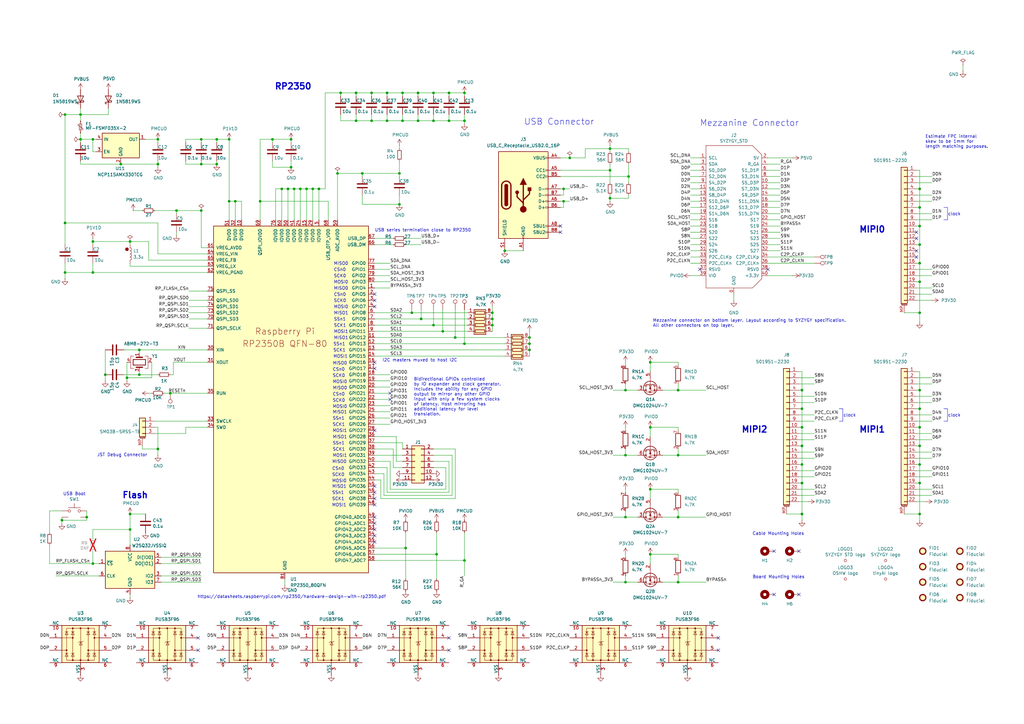
<source format=kicad_sch>
(kicad_sch (version 20250114) (generator "eeschema") (generator_version "9.0")
  (paper "A3")
  (title_block (title "SYZYGY MIPI Adapter") (rev "0.1") (company "tinyVision.ai Inc."))
  (lib_symbols
    (symbol "Connector:TestPoint" (pin_numbers (hide yes)) (pin_names (offset 0.762) (hide yes))
      (property "Reference" "TP" (at 0 6.858 0))
      (property "Value" "TestPoint" (at 0 5.08 0))
      (symbol "TestPoint_1_1"
        (pin passive line (at 0 0 90) (length 2.54) (name "1") (number "1"))
      )
    )
    (symbol "Connector:USB_C_Receptacle_USB2.0_16P" (pin_names (offset 1.016))
      (property "Reference" "J" (at 0 22.225 0))
      (property "Value" "USB_C_Receptacle_USB2.0_16P" (at 0 19.685 0))
      (symbol "USB_C_Receptacle_USB2.0_16P_1_1"
        (pin passive line (at -7.62 -22.86 90) (length 5.08) (name "SHIELD") (number "S1"))
        (pin passive line (at 0 -22.86 90) (length 5.08) (name "GND") (number "A1"))
        (pin passive line (at 0 -22.86 90) (length 5.08) (hide yes) (name "GND") (number "A12"))
        (pin passive line (at 0 -22.86 90) (length 5.08) (hide yes) (name "GND") (number "B1"))
        (pin passive line (at 0 -22.86 90) (length 5.08) (hide yes) (name "GND") (number "B12"))
        (pin passive line (at 15.24 15.24 180) (length 5.08) (name "VBUS") (number "A4"))
        (pin passive line (at 15.24 15.24 180) (length 5.08) (hide yes) (name "VBUS") (number "A9"))
        (pin passive line (at 15.24 15.24 180) (length 5.08) (hide yes) (name "VBUS") (number "B4"))
        (pin passive line (at 15.24 15.24 180) (length 5.08) (hide yes) (name "VBUS") (number "B9"))
        (pin bidirectional line (at 15.24 10.16 180) (length 5.08) (name "CC1") (number "A5"))
        (pin bidirectional line (at 15.24 7.62 180) (length 5.08) (name "CC2") (number "B5"))
        (pin bidirectional line (at 15.24 2.54 180) (length 5.08) (name "D-") (number "A7"))
        (pin bidirectional line (at 15.24 0 180) (length 5.08) (name "D-") (number "B7"))
        (pin bidirectional line (at 15.24 -2.54 180) (length 5.08) (name "D+") (number "A6"))
        (pin bidirectional line (at 15.24 -5.08 180) (length 5.08) (name "D+") (number "B6"))
        (pin bidirectional line (at 15.24 -12.7 180) (length 5.08) (name "SBU1") (number "A8"))
        (pin bidirectional line (at 15.24 -15.24 180) (length 5.08) (name "SBU2") (number "B8"))
      )
    )
    (symbol "Connector_Generic:Conn_02x06_Odd_Even" (pin_names (offset 1.016) (hide yes))
      (property "Reference" "J" (at 1.27 7.62 0))
      (property "Value" "Conn_02x06_Odd_Even" (at 1.27 -10.16 0))
      (symbol "Conn_02x06_Odd_Even_1_1"
        (pin passive line (at -5.08 5.08 0) (length 3.81) (name "Pin_1") (number "1"))
        (pin passive line (at -5.08 2.54 0) (length 3.81) (name "Pin_3") (number "3"))
        (pin passive line (at -5.08 0 0) (length 3.81) (name "Pin_5") (number "5"))
        (pin passive line (at -5.08 -2.54 0) (length 3.81) (name "Pin_7") (number "7"))
        (pin passive line (at -5.08 -5.08 0) (length 3.81) (name "Pin_9") (number "9"))
        (pin passive line (at -5.08 -7.62 0) (length 3.81) (name "Pin_11") (number "11"))
        (pin passive line (at 7.62 5.08 180) (length 3.81) (name "Pin_2") (number "2"))
        (pin passive line (at 7.62 2.54 180) (length 3.81) (name "Pin_4") (number "4"))
        (pin passive line (at 7.62 0 180) (length 3.81) (name "Pin_6") (number "6"))
        (pin passive line (at 7.62 -2.54 180) (length 3.81) (name "Pin_8") (number "8"))
        (pin passive line (at 7.62 -5.08 180) (length 3.81) (name "Pin_10") (number "10"))
        (pin passive line (at 7.62 -7.62 180) (length 3.81) (name "Pin_12") (number "12"))
      )
    )
    (symbol "Connector_Generic_MountingPin:Conn_01x03_MountingPin" (pin_names (offset 1.016) (hide yes))
      (property "Reference" "J" (at 0 5.08 0))
      (property "Value" "Conn_01x03_MountingPin" (at 1.27 -5.08 0))
      (symbol "Conn_01x03_MountingPin_1_1"
        (text "Mounting" (at 0 -4.191 0) (effects (font (size 0.381 0.381))))
        (pin passive line (at -5.08 2.54 0) (length 3.81) (name "Pin_1") (number "1"))
        (pin passive line (at -5.08 0 0) (length 3.81) (name "Pin_2") (number "2"))
        (pin passive line (at -5.08 -2.54 0) (length 3.81) (name "Pin_3") (number "3"))
        (pin passive line (at 0 -7.62 90) (length 3.048) (name "MountPin") (number "MP"))
      )
    )
    (symbol "Connector_Generic_MountingPin:Conn_01x22_MountingPin" (pin_names (offset 1.016) (hide yes))
      (property "Reference" "J" (at 0 27.94 0))
      (property "Value" "Conn_01x22_MountingPin" (at 1.27 -30.48 0))
      (symbol "Conn_01x22_MountingPin_1_1"
        (text "Mounting" (at 0 -29.591 0) (effects (font (size 0.381 0.381))))
        (pin passive line (at -5.08 25.4 0) (length 3.81) (name "Pin_1") (number "1"))
        (pin passive line (at -5.08 22.86 0) (length 3.81) (name "Pin_2") (number "2"))
        (pin passive line (at -5.08 20.32 0) (length 3.81) (name "Pin_3") (number "3"))
        (pin passive line (at -5.08 17.78 0) (length 3.81) (name "Pin_4") (number "4"))
        (pin passive line (at -5.08 15.24 0) (length 3.81) (name "Pin_5") (number "5"))
        (pin passive line (at -5.08 12.7 0) (length 3.81) (name "Pin_6") (number "6"))
        (pin passive line (at -5.08 10.16 0) (length 3.81) (name "Pin_7") (number "7"))
        (pin passive line (at -5.08 7.62 0) (length 3.81) (name "Pin_8") (number "8"))
        (pin passive line (at -5.08 5.08 0) (length 3.81) (name "Pin_9") (number "9"))
        (pin passive line (at -5.08 2.54 0) (length 3.81) (name "Pin_10") (number "10"))
        (pin passive line (at -5.08 0 0) (length 3.81) (name "Pin_11") (number "11"))
        (pin passive line (at -5.08 -2.54 0) (length 3.81) (name "Pin_12") (number "12"))
        (pin passive line (at -5.08 -5.08 0) (length 3.81) (name "Pin_13") (number "13"))
        (pin passive line (at -5.08 -7.62 0) (length 3.81) (name "Pin_14") (number "14"))
        (pin passive line (at -5.08 -10.16 0) (length 3.81) (name "Pin_15") (number "15"))
        (pin passive line (at -5.08 -12.7 0) (length 3.81) (name "Pin_16") (number "16"))
        (pin passive line (at -5.08 -15.24 0) (length 3.81) (name "Pin_17") (number "17"))
        (pin passive line (at -5.08 -17.78 0) (length 3.81) (name "Pin_18") (number "18"))
        (pin passive line (at -5.08 -20.32 0) (length 3.81) (name "Pin_19") (number "19"))
        (pin passive line (at -5.08 -22.86 0) (length 3.81) (name "Pin_20") (number "20"))
        (pin passive line (at -5.08 -25.4 0) (length 3.81) (name "Pin_21") (number "21"))
        (pin passive line (at -5.08 -27.94 0) (length 3.81) (name "Pin_22") (number "22"))
        (pin passive line (at 0 -33.02 90) (length 3.048) (name "MountPin") (number "MP"))
      )
    )
    (symbol "Custom:DMG1024UV-7" (pin_names (hide yes))
      (property "Reference" "Q" (at 5.588 2.032 0))
      (property "Value" "DMG1024UV-7" (at 10.922 0 0))
      (symbol "DMG1024UV-7_1_1"
        (pin input line (at -5.08 0 0) (length 2.54) (name "G") (number "5"))
        (pin passive line (at 2.54 5.08 270) (length 2.54) (name "D") (number "3"))
        (pin passive line (at 2.54 -5.08 90) (length 2.54) (name "S") (number "4"))
      )
      (symbol "DMG1024UV-7_2_1"
        (pin input line (at -5.08 0 0) (length 2.54) (name "G") (number "2"))
        (pin passive line (at 2.54 5.08 270) (length 2.54) (name "D") (number "6"))
        (pin passive line (at 2.54 -5.08 90) (length 2.54) (name "S") (number "1"))
      )
    )
    (symbol "Device:C" (pin_numbers (hide yes)) (pin_names (offset 0.254))
      (property "Reference" "C" (at 0.635 2.54 0))
      (property "Value" "C" (at 0.635 -2.54 0))
      (symbol "C_1_1"
        (pin passive line (at 0 3.81 270) (length 2.794) (name "~") (number "1"))
        (pin passive line (at 0 -3.81 90) (length 2.794) (name "~") (number "2"))
      )
    )
    (symbol "Device:Crystal_GND24" (pin_names (offset 1.016) (hide yes))
      (property "Reference" "Y" (at 3.175 5.08 0))
      (property "Value" "Crystal_GND24" (at 3.175 3.175 0))
      (symbol "Crystal_GND24_1_1"
        (pin passive line (at -3.81 0 0) (length 1.27) (name "1") (number "1"))
        (pin passive line (at 0 5.08 270) (length 1.27) (name "2") (number "2"))
        (pin passive line (at 0 -5.08 90) (length 1.27) (name "4") (number "4"))
        (pin passive line (at 3.81 0 180) (length 1.27) (name "3") (number "3"))
      )
    )
    (symbol "Device:L" (pin_numbers (hide yes)) (pin_names (offset 1.016) (hide yes))
      (property "Reference" "L" (at -1.27 0 90))
      (property "Value" "L" (at 1.905 0 90))
      (symbol "L_1_1"
        (pin passive line (at 0 3.81 270) (length 1.27) (name "1") (number "1"))
        (pin passive line (at 0 -3.81 90) (length 1.27) (name "2") (number "2"))
      )
    )
    (symbol "Device:Polyfuse_Small" (pin_numbers (hide yes)) (pin_names (offset 0))
      (property "Reference" "F" (at -1.905 0 90))
      (property "Value" "Polyfuse_Small" (at 1.905 0 90))
      (symbol "Polyfuse_Small_1_1"
        (pin passive line (at 0 2.54 270) (length 0.635) (name "~") (number "1"))
        (pin passive line (at 0 -2.54 90) (length 0.635) (name "~") (number "2"))
      )
    )
    (symbol "Device:R_Pack04" (pin_names (offset 0) (hide yes))
      (property "Reference" "RN" (at -7.62 0 90))
      (property "Value" "R_Pack04" (at 5.08 0 90))
      (symbol "R_Pack04_1_1"
        (pin passive line (at -5.08 5.08 270) (length 2.54) (name "R1.2") (number "8"))
        (pin passive line (at -5.08 -5.08 90) (length 2.54) (name "R1.1") (number "1"))
        (pin passive line (at -2.54 5.08 270) (length 2.54) (name "R2.2") (number "7"))
        (pin passive line (at -2.54 -5.08 90) (length 2.54) (name "R2.1") (number "2"))
        (pin passive line (at 0 5.08 270) (length 2.54) (name "R3.2") (number "6"))
        (pin passive line (at 0 -5.08 90) (length 2.54) (name "R3.1") (number "3"))
        (pin passive line (at 2.54 5.08 270) (length 2.54) (name "R4.2") (number "5"))
        (pin passive line (at 2.54 -5.08 90) (length 2.54) (name "R4.1") (number "4"))
      )
    )
    (symbol "Device:R_Pack04_Split" (pin_names (offset 0) (hide yes))
      (property "Reference" "RN" (at 2.032 0 90))
      (property "Value" "R_Pack04_Split" (at 0 0 90))
      (symbol "R_Pack04_Split_1_1"
        (pin passive line (at 0 3.81 270) (length 1.27) (name "R1.2") (number "8"))
        (pin passive line (at 0 -3.81 90) (length 1.27) (name "R1.1") (number "1"))
      )
      (symbol "R_Pack04_Split_2_1"
        (pin passive line (at 0 3.81 270) (length 1.27) (name "R2.2") (number "7"))
        (pin passive line (at 0 -3.81 90) (length 1.27) (name "R2.1") (number "2"))
      )
      (symbol "R_Pack04_Split_3_1"
        (pin passive line (at 0 3.81 270) (length 1.27) (name "R3.2") (number "6"))
        (pin passive line (at 0 -3.81 90) (length 1.27) (name "R3.1") (number "3"))
      )
      (symbol "R_Pack04_Split_4_1"
        (pin passive line (at 0 3.81 270) (length 1.27) (name "R4.2") (number "5"))
        (pin passive line (at 0 -3.81 90) (length 1.27) (name "R4.1") (number "4"))
      )
    )
    (symbol "Device:R_Small" (pin_numbers (hide yes)) (pin_names (offset 0.254) (hide yes))
      (property "Reference" "R" (at 0 0 90))
      (property "Value" "R_Small" (at 1.778 0 90))
      (symbol "R_Small_1_1"
        (pin passive line (at 0 2.54 270) (length 0.762) (name "~") (number "1"))
        (pin passive line (at 0 -2.54 90) (length 0.762) (name "~") (number "2"))
      )
    )
    (symbol "Diode:1N5819WS" (pin_numbers (hide yes)) (pin_names (offset 1.016) (hide yes))
      (property "Reference" "D" (at 0 2.54 0))
      (property "Value" "1N5819WS" (at 0 -2.54 0))
      (symbol "1N5819WS_1_1"
        (pin passive line (at -3.81 0 0) (length 2.54) (name "K") (number "1"))
        (pin passive line (at 3.81 0 180) (length 2.54) (name "A") (number "2"))
      )
    )
    (symbol "GND_13" (power) (pin_numbers (hide yes)) (pin_names (offset 0) (hide yes))
      (property "Value" "GND" (at 0 -3.81 0))
      (symbol "GND_13_1_1"
        (pin power_in line (at 0 0 270) (length 0) (name "~") (number "1"))
      )
    )
    (symbol "MCU_RaspberryPi_RP2350:RP2350_80QFN" (pin_names (offset 1.016))
      (property "Reference" "U" (at -29.21 49.53 0))
      (property "Value" "RP2350_80QFN" (at 25.4 -96.52 0))
      (symbol "RP2350_80QFN_0_0"
        (text "Raspberry Pi" (at 0 5.08 0) (effects (font (size 2.54 2.54))))
      )
      (symbol "RP2350_80QFN_1_0"
        (text "RP2350B QFN-80" (at 0 0 0) (effects (font (size 2.54 2.54))))
      )
      (symbol "RP2350_80QFN_1_1"
        (pin power_in line (at -31.75 39.37 0) (length 2.54) (name "VREG_AVDD") (number "61"))
        (pin power_in line (at -31.75 36.83 0) (length 2.54) (name "VREG_VIN") (number "64"))
        (pin input line (at -31.75 34.29 0) (length 2.54) (name "VREG_FB") (number "65"))
        (pin power_out line (at -31.75 31.75 0) (length 2.54) (name "VREG_LX") (number "63"))
        (pin power_in line (at -31.75 29.21 0) (length 2.54) (name "VREG_PGND") (number "62"))
        (pin bidirectional line (at -31.75 21.59 0) (length 2.54) (name "QSPI_SS") (number "75"))
        (pin bidirectional line (at -31.75 17.78 0) (length 2.54) (name "QSPI_SD0") (number "72"))
        (pin bidirectional line (at -31.75 15.24 0) (length 2.54) (name "QSPI_SD1") (number "74"))
        (pin bidirectional line (at -31.75 12.7 0) (length 2.54) (name "QSPI_SD2") (number "73"))
        (pin bidirectional line (at -31.75 10.16 0) (length 2.54) (name "QSPI_SD3") (number "70"))
        (pin output line (at -31.75 6.35 0) (length 2.54) (name "QSPI_SCLK") (number "71"))
        (pin input line (at -31.75 -2.54 0) (length 2.54) (name "XIN") (number "30"))
        (pin passive line (at -31.75 -7.62 0) (length 2.54) (name "XOUT") (number "31"))
        (pin input line (at -31.75 -20.32 0) (length 2.54) (name "RUN") (number "35"))
        (pin output line (at -31.75 -31.75 0) (length 2.54) (name "SWCLK") (number "33"))
        (pin bidirectional line (at -31.75 -34.29 0) (length 2.54) (name "SWD") (number "34"))
        (pin power_in line (at -22.86 50.8 270) (length 2.54) (name "DVDD") (number "51"))
        (pin power_in line (at -20.32 50.8 270) (length 2.54) (name "DVDD") (number "32"))
        (pin power_in line (at -17.78 50.8 270) (length 2.54) (name "DVDD") (number "10"))
        (pin power_in line (at -10.16 50.8 270) (length 2.54) (name "QSPI_IOVDD") (number "69"))
        (pin power_in line (at -3.81 50.8 270) (length 2.54) (name "IOVDD") (number "76"))
        (pin power_in line (at -1.27 50.8 270) (length 2.54) (name "IOVDD") (number "60"))
        (pin power_in line (at 0 -96.52 90) (length 2.54) (name "GND") (number "81"))
        (pin power_in line (at 1.27 50.8 270) (length 2.54) (name "IOVDD") (number "50"))
        (pin power_in line (at 3.81 50.8 270) (length 2.54) (name "IOVDD") (number "41"))
        (pin power_in line (at 6.35 50.8 270) (length 2.54) (name "IOVDD") (number "24"))
        (pin power_in line (at 8.89 50.8 270) (length 2.54) (name "IOVDD") (number "15"))
        (pin power_in line (at 11.43 50.8 270) (length 2.54) (name "IOVDD") (number "29"))
        (pin power_in line (at 13.97 50.8 270) (length 2.54) (name "IOVDD") (number "5"))
        (pin power_in line (at 17.78 50.8 270) (length 2.54) (name "USB_OTP_VDD") (number "68"))
        (pin power_in line (at 21.59 50.8 270) (length 2.54) (name "ADC_AVDD") (number "59"))
        (pin bidirectional line (at 36.83 43.18 180) (length 2.54) (name "USB_DP") (number "67"))
        (pin bidirectional line (at 36.83 40.64 180) (length 2.54) (name "USB_DM") (number "66"))
        (pin bidirectional line (at 36.83 33.02 180) (length 2.54) (name "GPIO0") (number "77"))
        (pin bidirectional line (at 36.83 30.48 180) (length 2.54) (name "GPIO1") (number "78"))
        (pin bidirectional line (at 36.83 27.94 180) (length 2.54) (name "GPIO2") (number "79"))
        (pin bidirectional line (at 36.83 25.4 180) (length 2.54) (name "GPIO3") (number "80"))
        (pin bidirectional line (at 36.83 22.86 180) (length 2.54) (name "GPIO4") (number "1"))
        (pin bidirectional line (at 36.83 20.32 180) (length 2.54) (name "GPIO5") (number "2"))
        (pin bidirectional line (at 36.83 17.78 180) (length 2.54) (name "GPIO6") (number "3"))
        (pin bidirectional line (at 36.83 15.24 180) (length 2.54) (name "GPIO7") (number "4"))
        (pin bidirectional line (at 36.83 12.7 180) (length 2.54) (name "GPIO8") (number "6"))
        (pin bidirectional line (at 36.83 10.16 180) (length 2.54) (name "GPIO9") (number "7"))
        (pin bidirectional line (at 36.83 7.62 180) (length 2.54) (name "GPIO10") (number "8"))
        (pin bidirectional line (at 36.83 5.08 180) (length 2.54) (name "GPIO11") (number "9"))
        (pin bidirectional line (at 36.83 2.54 180) (length 2.54) (name "GPIO12") (number "11"))
        (pin bidirectional line (at 36.83 0 180) (length 2.54) (name "GPIO13") (number "12"))
        (pin bidirectional line (at 36.83 -2.54 180) (length 2.54) (name "GPIO14") (number "13"))
        (pin bidirectional line (at 36.83 -5.08 180) (length 2.54) (name "GPIO15") (number "14"))
        (pin bidirectional line (at 36.83 -7.62 180) (length 2.54) (name "GPIO16") (number "16"))
        (pin bidirectional line (at 36.83 -10.16 180) (length 2.54) (name "GPIO17") (number "17"))
        (pin bidirectional line (at 36.83 -12.7 180) (length 2.54) (name "GPIO18") (number "18"))
        (pin bidirectional line (at 36.83 -15.24 180) (length 2.54) (name "GPIO19") (number "19"))
        (pin bidirectional line (at 36.83 -17.78 180) (length 2.54) (name "GPIO20") (number "20"))
        (pin bidirectional line (at 36.83 -20.32 180) (length 2.54) (name "GPIO21") (number "21"))
        (pin bidirectional line (at 36.83 -22.86 180) (length 2.54) (name "GPIO22") (number "22"))
        (pin bidirectional line (at 36.83 -25.4 180) (length 2.54) (name "GPIO23") (number "23"))
        (pin bidirectional line (at 36.83 -27.94 180) (length 2.54) (name "GPIO24") (number "25"))
        (pin bidirectional line (at 36.83 -30.48 180) (length 2.54) (name "GPIO25") (number "26"))
        (pin bidirectional line (at 36.83 -33.02 180) (length 2.54) (name "GPIO26") (number "27"))
        (pin bidirectional line (at 36.83 -35.56 180) (length 2.54) (name "GPIO27") (number "28"))
        (pin bidirectional line (at 36.83 -38.1 180) (length 2.54) (name "GPIO28") (number "36"))
        (pin bidirectional line (at 36.83 -40.64 180) (length 2.54) (name "GPIO29") (number "37"))
        (pin bidirectional line (at 36.83 -43.18 180) (length 2.54) (name "GPIO30") (number "38"))
        (pin bidirectional line (at 36.83 -45.72 180) (length 2.54) (name "GPIO31") (number "39"))
        (pin bidirectional line (at 36.83 -48.26 180) (length 2.54) (name "GPIO32") (number "40"))
        (pin bidirectional line (at 36.83 -50.8 180) (length 2.54) (name "GPIO33") (number "42"))
        (pin bidirectional line (at 36.83 -53.34 180) (length 2.54) (name "GPIO34") (number "43"))
        (pin bidirectional line (at 36.83 -55.88 180) (length 2.54) (name "GPIO35") (number "44"))
        (pin bidirectional line (at 36.83 -58.42 180) (length 2.54) (name "GPIO36") (number "45"))
        (pin bidirectional line (at 36.83 -60.96 180) (length 2.54) (name "GPIO37") (number "46"))
        (pin bidirectional line (at 36.83 -63.5 180) (length 2.54) (name "GPIO38") (number "47"))
        (pin bidirectional line (at 36.83 -66.04 180) (length 2.54) (name "GPIO39") (number "48"))
        (pin bidirectional line (at 36.83 -71.12 180) (length 2.54) (name "GPIO40_ADC0") (number "49"))
        (pin bidirectional line (at 36.83 -73.66 180) (length 2.54) (name "GPIO41_ADC1") (number "52"))
        (pin bidirectional line (at 36.83 -76.2 180) (length 2.54) (name "GPIO42_ADC2") (number "53"))
        (pin bidirectional line (at 36.83 -78.74 180) (length 2.54) (name "GPIO43_ADC3") (number "54"))
        (pin bidirectional line (at 36.83 -81.28 180) (length 2.54) (name "GPIO44_ADC4") (number "55"))
        (pin bidirectional line (at 36.83 -83.82 180) (length 2.54) (name "GPIO45_ADC5") (number "56"))
        (pin bidirectional line (at 36.83 -86.36 180) (length 2.54) (name "GPIO46_ADC6") (number "57"))
        (pin bidirectional line (at 36.83 -88.9 180) (length 2.54) (name "GPIO47_ADC7") (number "58"))
      )
    )
    (symbol "MK11_PROG-rescue:TestPoint_Small-custom" (pin_numbers (hide yes)) (pin_names (offset 0.762) (hide yes))
      (property "Reference" "TP" (at 0 3.81 0))
      (property "Value" "TestPoint_Small-custom" (at 0 2.032 0))
    )
    (symbol "Mechanical:Fiducial" (in_bom no)
      (property "Reference" "FID" (at 0 5.08 0))
      (property "Value" "Fiducial" (at 0 3.175 0))
    )
    (symbol "MountingHole_Pad_1" (pin_numbers (hide yes)) (pin_names (offset 1.016) (hide yes))
      (property "Reference" "H" (at 0 6.35 0))
      (property "Value" "MountingHole_Pad" (at 0 4.445 0))
      (symbol "MountingHole_Pad_1_1_1"
        (pin input line (at 0 -2.54 90) (length 2.54) (name "1") (number "1"))
      )
    )
    (symbol "MountingHole_Pad_2" (pin_numbers (hide yes)) (pin_names (offset 1.016) (hide yes))
      (property "Reference" "H" (at 0 6.35 0))
      (property "Value" "MountingHole_Pad" (at 0 4.445 0))
      (symbol "MountingHole_Pad_2_1_1"
        (pin input line (at 0 -2.54 90) (length 2.54) (name "1") (number "1"))
      )
    )
    (symbol "MountingHole_Pad_3" (pin_numbers (hide yes)) (pin_names (offset 1.016) (hide yes))
      (property "Reference" "H" (at 0 6.35 0))
      (property "Value" "MountingHole_Pad" (at 0 4.445 0))
      (symbol "MountingHole_Pad_3_1_1"
        (pin input line (at 0 -2.54 90) (length 2.54) (name "1") (number "1"))
      )
    )
    (symbol "MountingHole_Pad_5" (pin_numbers (hide yes)) (pin_names (offset 1.016) (hide yes))
      (property "Reference" "H" (at 0 6.35 0))
      (property "Value" "MountingHole_Pad" (at 0 4.445 0))
      (symbol "MountingHole_Pad_5_1_1"
        (pin input line (at 0 -2.54 90) (length 2.54) (name "1") (number "1"))
      )
    )
    (symbol "Power_Protection:D3V3XA4B10LP" (pin_names (offset 0))
      (property "Reference" "U" (at -0.635 8.89 0))
      (property "Value" "D3V3XA4B10LP" (at 8.89 -10.16 0))
      (symbol "D3V3XA4B10LP_1_1"
        (pin free line (at -12.7 7.62 0) (length 5.08) (name "NC") (number "10"))
        (pin passive line (at -12.7 2.54 0) (length 5.08) (name "~") (number "1"))
        (pin passive line (at -12.7 -2.54 0) (length 5.08) (name "~") (number "2"))
        (pin free line (at -12.7 -7.62 0) (length 5.08) (name "NC") (number "9"))
        (pin power_in line (at 0 -12.7 90) (length 5.08) (name "VSS") (number "3"))
        (pin passive line (at 0 -12.7 90) (length 5.08) (hide yes) (name "VSS") (number "8"))
        (pin free line (at 12.7 7.62 180) (length 5.08) (name "NC") (number "7"))
        (pin passive line (at 12.7 2.54 180) (length 5.08) (name "~") (number "4"))
        (pin passive line (at 12.7 -2.54 180) (length 5.08) (name "~") (number "5"))
        (pin free line (at 12.7 -7.62 180) (length 5.08) (name "NC") (number "6"))
      )
    )
    (symbol "Regulator_Linear:NCP115AMX120TCG"
      (property "Reference" "U" (at 2.54 10.16 0))
      (property "Value" "NCP115AMX120TCG" (at 10.16 7.62 0))
      (symbol "NCP115AMX120TCG_1_1"
        (pin power_in line (at -10.16 2.54 0) (length 2.54) (name "IN") (number "4"))
        (pin input line (at -10.16 -2.54 0) (length 2.54) (name "EN") (number "3"))
        (pin power_in line (at 0 -7.62 90) (length 2.54) (name "GND") (number "2"))
        (pin passive line (at 0 -7.62 90) (length 2.54) (hide yes) (name "GND") (number "5"))
        (pin power_out line (at 10.16 2.54 180) (length 2.54) (name "OUT") (number "1"))
      )
    )
    (symbol "SYZYGY:SYZYGY_STD" (pin_names (offset 1.016))
      (property "Reference" "J" (at -10.16 30.48 0))
      (property "Value" "SYZYGY_STD" (at -10.16 27.94 0))
      (symbol "SYZYGY_STD_1_1"
        (pin passive line (at -13.97 21.59 0) (length 2.54) (name "SCL") (number "1"))
        (pin passive line (at -13.97 19.05 0) (length 2.54) (name "SDA") (number "3"))
        (pin passive line (at -13.97 16.51 0) (length 2.54) (name "S0_D0P") (number "5"))
        (pin passive line (at -13.97 13.97 0) (length 2.54) (name "S2_D0N") (number "7"))
        (pin passive line (at -13.97 11.43 0) (length 2.54) (name "S4_D2P") (number "9"))
        (pin passive line (at -13.97 8.89 0) (length 2.54) (name "S6_D2N") (number "11"))
        (pin passive line (at -13.97 6.35 0) (length 2.54) (name "S8_D4P") (number "13"))
        (pin passive line (at -13.97 3.81 0) (length 2.54) (name "S10_D4N") (number "15"))
        (pin passive line (at -13.97 1.27 0) (length 2.54) (name "S12_D6P") (number "17"))
        (pin passive line (at -13.97 -1.27 0) (length 2.54) (name "S14_D6N") (number "19"))
        (pin passive line (at -13.97 -3.81 0) (length 2.54) (name "S16") (number "21"))
        (pin passive line (at -13.97 -6.35 0) (length 2.54) (name "S18") (number "23"))
        (pin passive line (at -13.97 -8.89 0) (length 2.54) (name "S20") (number "25"))
        (pin passive line (at -13.97 -11.43 0) (length 2.54) (name "S22") (number "27"))
        (pin passive line (at -13.97 -13.97 0) (length 2.54) (name "S24") (number "29"))
        (pin passive line (at -13.97 -16.51 0) (length 2.54) (name "S26") (number "31"))
        (pin passive line (at -13.97 -19.05 0) (length 2.54) (name "P2C_CLKp") (number "33"))
        (pin passive line (at -13.97 -21.59 0) (length 2.54) (name "P2C_CLKn") (number "35"))
        (pin passive line (at -13.97 -24.13 0) (length 2.54) (name "RSVD") (number "37"))
        (pin power_out line (at -13.97 -26.67 0) (length 2.54) (name "VIO") (number "39"))
        (pin passive line (at 0 -34.29 90) (length 2.54) (name "GND") (number "0"))
        (pin power_out line (at 13.97 21.59 180) (length 2.54) (name "5V") (number "2"))
        (pin passive line (at 13.97 19.05 180) (length 2.54) (name "R_GA") (number "4"))
        (pin passive line (at 13.97 16.51 180) (length 2.54) (name "S1_D1P") (number "6"))
        (pin passive line (at 13.97 13.97 180) (length 2.54) (name "S3_D1N") (number "8"))
        (pin passive line (at 13.97 11.43 180) (length 2.54) (name "S5_D3P") (number "10"))
        (pin passive line (at 13.97 8.89 180) (length 2.54) (name "S7_D3N") (number "12"))
        (pin passive line (at 13.97 6.35 180) (length 2.54) (name "S9_D5P") (number "14"))
        (pin passive line (at 13.97 3.81 180) (length 2.54) (name "S11_D5N") (number "16"))
        (pin passive line (at 13.97 1.27 180) (length 2.54) (name "S13_D7P") (number "18"))
        (pin passive line (at 13.97 -1.27 180) (length 2.54) (name "S15_D7N") (number "20"))
        (pin passive line (at 13.97 -3.81 180) (length 2.54) (name "S17") (number "22"))
        (pin passive line (at 13.97 -6.35 180) (length 2.54) (name "S19") (number "24"))
        (pin passive line (at 13.97 -8.89 180) (length 2.54) (name "S21") (number "26"))
        (pin passive line (at 13.97 -11.43 180) (length 2.54) (name "S23") (number "28"))
        (pin passive line (at 13.97 -13.97 180) (length 2.54) (name "S25") (number "30"))
        (pin passive line (at 13.97 -16.51 180) (length 2.54) (name "S27") (number "32"))
        (pin passive line (at 13.97 -19.05 180) (length 2.54) (name "C2P_CLKp") (number "34"))
        (pin passive line (at 13.97 -21.59 180) (length 2.54) (name "C2P_CLKn") (number "36"))
        (pin passive line (at 13.97 -24.13 180) (length 2.54) (name "RSVD") (number "38"))
        (pin power_out line (at 13.97 -26.67 180) (length 2.54) (name "+3.3V") (number "40"))
      )
    )
    (symbol "SZG-TEMPLATE-STD:+3.3V-power" (power) (pin_names (offset 0))
      (property "Value" "+3.3V-power" (at 0 3.556 0))
      (symbol "+3.3V-power_1_1"
        (pin power_in line (at 0 0 90) (length 0) (hide yes) (name "+3V3") (number "1"))
      )
    )
    (symbol "Switch:SW_Push" (pin_numbers (hide yes)) (pin_names (offset 1.016) (hide yes))
      (property "Reference" "SW1" (at 0 8.255 0))
      (property "Comment" "~RESET" (at 0 5.715 0))
      (symbol "SW_Push_0_1"
        (pin passive line (at -5.08 0 0) (length 2.54) (name "1") (number "1"))
        (pin passive line (at -5.08 -2.54 0) (length 2.54) (name "SH1") (number "SH1"))
        (pin passive line (at 5.08 0 180) (length 2.54) (name "2") (number "2"))
        (pin passive line (at 5.08 -2.54 180) (length 2.54) (name "SH2") (number "SH2"))
      )
    )
    (symbol "UPduino_v3.0:W25Q32JVSS-Memory_Flash"
      (property "Reference" "U" (at -8.89 8.89 0))
      (property "Value" "W25Q32JVSS-Memory_Flash" (at 7.62 8.89 0))
      (symbol "W25Q32JVSS-Memory_Flash_1_1"
        (pin input line (at -12.7 2.54 0) (length 2.54) (name "~{CS}") (number "1"))
        (pin input line (at -12.7 -2.54 0) (length 2.54) (name "CLK") (number "6"))
        (pin power_in line (at 0 10.16 270) (length 2.54) (name "VCC") (number "8"))
        (pin power_in line (at 0 -10.16 90) (length 2.54) (name "GND") (number "4"))
        (pin bidirectional line (at 12.7 5.08 180) (length 2.54) (name "DI(IO0)") (number "5"))
        (pin bidirectional line (at 12.7 2.54 180) (length 2.54) (name "DO(IO1)") (number "2"))
        (pin bidirectional line (at 12.7 -2.54 180) (length 2.54) (name "IO2") (number "3"))
        (pin bidirectional line (at 12.7 -5.08 180) (length 2.54) (name "IO3") (number "7"))
      )
    )
    (symbol "power:+1V1" (power) (pin_numbers (hide yes)) (pin_names (offset 0) (hide yes))
      (property "Value" "+1V1" (at 0 3.556 0))
      (symbol "+1V1_1_1"
        (pin power_in line (at 0 0 90) (length 0) (name "~") (number "1"))
      )
    )
    (symbol "power:GND" (power) (pin_numbers (hide yes)) (pin_names (offset 0) (hide yes))
      (property "Value" "GND" (at 0 -3.81 0))
      (symbol "GND_1_1"
        (pin power_in line (at 0 0 270) (length 0) (name "~") (number "1"))
      )
    )
    (symbol "power:PWR_FLAG" (power) (pin_numbers (hide yes)) (pin_names (offset 0) (hide yes))
      (property "Value" "PWR_FLAG" (at 0 3.81 0))
      (symbol "PWR_FLAG_0_0"
        (pin power_out line (at 0 0 90) (length 0) (name "~") (number "1"))
      )
    )
    (symbol "power:VBUS" (power) (pin_numbers (hide yes)) (pin_names (offset 0) (hide yes))
      (property "Value" "VBUS" (at 0 3.556 0))
      (symbol "VBUS_1_1"
        (pin power_in line (at 0 0 90) (length 0) (name "~") (number "1"))
      )
    )
    (symbol "power:VCC" (power) (pin_numbers (hide yes)) (pin_names (offset 0) (hide yes))
      (property "Value" "VCC" (at 0 3.556 0))
      (symbol "VCC_1_1"
        (pin power_in line (at 0 0 90) (length 0) (name "~") (number "1"))
      )
    )
  )
  (circle (center 52.07 102.235) (radius 0.635) (stroke (width 0) (color 132 0 0 1)) (fill (type color) (color 132 0 0 1)))
  (text "USB Boot" (at 30.48 202.692 0) (effects (font (size 1.27 1.27))))
  (text "SSn1" (at 136.1715 202.9498 0) (effects (font (size 1.27 1.27)) (justify left bottom)))
  (text "RP2350" (at 112.522 37.084 0) (effects (font (size 2.54 2.54) (thickness 0.508) (bold yes)) (justify left bottom)))
  (text "MISO0" (at 136.4255 149.8473 0) (effects (font (size 1.27 1.27)) (justify left bottom)))
  (text "SCK1" (at 136.3705 175.0022 0) (effects (font (size 1.27 1.27)) (justify left bottom)))
  (text "I2C masters muxed to host I2C" (at 172.212 147.828 0) (effects (font (size 1.27 1.27))))
  (text "MISO1" (at 136.398 180.1025 0) (effects (font (size 1.27 1.27)) (justify left bottom)))
  (text "MIPI0" (at 363.22 95.758 0) (effects (font (size 2.54 2.54) (thickness 0.508) (bold yes)) (justify right bottom)))
  (text "MISO1" (at 136.1715 200.3933 0) (effects (font (size 1.27 1.27)) (justify left bottom)))
  (text "MISO0" (at 136.199 190.2371 0) (effects (font (size 1.27 1.27)) (justify left bottom)))
  (text "SSn1" (at 136.906 131.826 0) (effects (font (size 1.27 1.27)) (justify left bottom)))
  (text "CSn0" (at 136.906 121.6825 0) (effects (font (size 1.27 1.27)) (justify left bottom)))
  (text "MOSI1" (at 136.398 187.706 0) (effects (font (size 1.27 1.27)) (justify left bottom)))
  (text "MOSI0" (at 136.398 167.6235 0) (effects (font (size 1.27 1.27)) (justify left bottom)))
  (text "MIPI2" (at 314.96 177.8 0) (effects (font (size 2.54 2.54) (thickness 0.508) (bold yes)) (justify right bottom)))
  (text "Board Mounting Holes" (at 308.61 237.49 0) (effects (font (size 1.27 1.27)) (justify left bottom)))
  (text "MOSI0" (at 136.1715 198.1073 0) (effects (font (size 1.27 1.27)) (justify left bottom)))
  (text "Estimate FPC internal\nskew to be 1mm for\nlength matching purposes." (at 379.476 58.166 0) (effects (font (size 1.27 1.27)) (justify left)))
  (text "MOSI0" (at 136.851 116.5784 0) (effects (font (size 1.27 1.27)) (justify left bottom)))
  (text "clock" (at 348.488 170.434 0) (effects (font (size 1.27 1.27))))
  (text "MOSI1" (at 136.3705 177.5257 0) (effects (font (size 1.27 1.27)) (justify left bottom)))
  (text "USB Connector" (at 214.884 51.562 0) (effects (font (size 2.54 2.54)) (justify left bottom)))
  (text "MISO0" (at 136.4255 160.0073 0) (effects (font (size 1.27 1.27)) (justify left bottom)))
  (text "Bidirectional GPIOs controlled\nby IO expander and clock generator.\nIncludes the ability for any GPIO\noutput to mirror any other GPIO\ninput with only a few system clocks\nof latency. Host mirroring has\nadditional latency for level\ntranslation." (at 169.672 162.814 0) (effects (font (size 1.27 1.27)) (justify left)))
  (text "SCK0" (at 136.1715 195.5838 0) (effects (font (size 1.27 1.27)) (justify left bottom)))
  (text "MISO0" (at 136.8785 119.1387 0) (effects (font (size 1.27 1.27)) (justify left bottom)))
  (text "MISO1" (at 136.398 169.9095 0) (effects (font (size 1.27 1.27)) (justify left bottom)))
  (text "MOSI0" (at 136.8785 126.7422 0) (effects (font (size 1.27 1.27)) (justify left bottom)))
  (text "MISO1" (at 136.906 129.2695 0) (effects (font (size 1.27 1.27)) (justify left bottom)))
  (text "MISO1" (at 136.906 139.446 0) (effects (font (size 1.27 1.27)) (justify left bottom)))
  (text "SSn1" (at 136.6795 141.9898 0) (effects (font (size 1.27 1.27)) (justify left bottom)))
  (text "MOSI0" (at 136.398 157.4635 0) (effects (font (size 1.27 1.27)) (justify left bottom)))
  (text "MISO0" (at 136.8785 108.9622 0) (effects (font (size 1.27 1.27)) (justify left bottom)))
  (text "SSn1" (at 136.398 172.466 0) (effects (font (size 1.27 1.27)) (justify left bottom)))
  (text "MOSI1" (at 136.652 147.0495 0) (effects (font (size 1.27 1.27)) (justify left bottom)))
  (text "SSn1" (at 136.4255 182.6463 0) (effects (font (size 1.27 1.27)) (justify left bottom)))
  (text "SCK1" (at 136.652 144.526 0) (effects (font (size 1.27 1.27)) (justify left bottom)))
  (text "CSn0" (at 136.4255 162.5638 0) (effects (font (size 1.27 1.27)) (justify left bottom)))
  (text "clock" (at 391.414 170.434 0) (effects (font (size 1.27 1.27))))
  (text "CSn0" (at 136.8785 111.5187 0) (effects (font (size 1.27 1.27)) (justify left bottom)))
  (text "SCK1" (at 136.144 205.486 0) (effects (font (size 1.27 1.27)) (justify left bottom)))
  (text "SCK1" (at 136.8785 134.3622 0) (effects (font (size 1.27 1.27)) (justify left bottom)))
  (text "Flash" (at 50.038 204.724 0) (effects (font (size 2.54 2.54) (thickness 0.508) (bold yes)) (justify left bottom)))
  (text "SCK0" (at 136.398 165.1 0) (effects (font (size 1.27 1.27)) (justify left bottom)))
  (text "SCK0" (at 136.398 154.94 0) (effects (font (size 1.27 1.27)) (justify left bottom)))
  (text "Mezzanine connector on bottom layer. Layout according to SYZYGY specification.\nAll other connectors on top layer." (at 267.716 132.588 0) (effects (font (size 1.27 1.27)) (justify left)))
  (text "JST Debug Connector" (at 60.452 187.452 0) (effects (font (size 1.27 1.27)) (justify right bottom)))
  (text "CSn0" (at 136.4255 152.4038 0) (effects (font (size 1.27 1.27)) (justify left bottom)))
  (text "MOSI1" (at 136.144 208.0095 0) (effects (font (size 1.27 1.27)) (justify left bottom)))
  (text "Mezzanine Connector" (at 287.02 52.07 0) (effects (font (size 2.54 2.54)) (justify left bottom)))
  (text "SCK0" (at 136.8785 124.2187 0) (effects (font (size 1.27 1.27)) (justify left bottom)))
  (text "clock" (at 391.414 87.884 0) (effects (font (size 1.27 1.27))))
  (text "SCK0" (at 136.851 114.0549 0) (effects (font (size 1.27 1.27)) (justify left bottom)))
  (text "Cable Mounting Holes" (at 308.61 219.71 0) (effects (font (size 1.27 1.27)) (justify left bottom)))
  (text "USB series termination close to RP2350" (at 153.67 95.25 0) (effects (font (size 1.27 1.27)) (justify left bottom)))
  (text "https://datasheets.raspberrypi.com/rp2350/hardware-design-with-rp2350.pdf" (at 119.634 244.856 0) (effects (font (size 1.27 1.27))))
  (text "MOSI1" (at 136.8785 136.8857 0) (effects (font (size 1.27 1.27)) (justify left bottom)))
  (text "SCK1" (at 136.398 185.1825 0) (effects (font (size 1.27 1.27)) (justify left bottom)))
  (text "MIPI1" (at 363.22 177.8 0) (effects (font (size 2.54 2.54) (thickness 0.508) (bold yes)) (justify right bottom)))
  (text "CSn0" (at 136.199 193.0476 0) (effects (font (size 1.27 1.27)) (justify left bottom)))
  (junction (at 165.1 49.53))
  (junction (at 328.93 190.5))
  (junction (at 250.19 81.28))
  (junction (at 177.8 133.35))
  (junction (at 201.93 133.35))
  (junction (at 53.34 99.06))
  (junction (at 266.7 227.33))
  (junction (at 172.72 130.81))
  (junction (at 377.19 182.88))
  (junction (at 256.54 160.02))
  (junction (at 64.77 57.15))
  (junction (at 266.7 200.66))
  (junction (at 266.7 175.26))
  (junction (at 158.75 38.1))
  (junction (at 377.19 115.57))
  (junction (at 82.55 86.36))
  (junction (at 278.13 212.09))
  (junction (at 33.02 46.99))
  (junction (at 26.67 91.44))
  (junction (at 377.19 77.47))
  (junction (at 38.1 57.15))
  (junction (at 163.83 71.12))
  (junction (at 177.8 38.1))
  (junction (at 207.01 102.87))
  (junction (at 377.19 210.82))
  (junction (at 168.91 128.27))
  (junction (at 130.81 77.47))
  (junction (at 152.4 38.1))
  (junction (at 177.8 49.53))
  (junction (at 328.93 167.64))
  (junction (at 190.5 49.53))
  (junction (at 52.07 154.94))
  (junction (at 179.07 227.33))
  (junction (at 25.4 213.36))
  (junction (at 377.19 85.09))
  (junction (at 115.57 77.47))
  (junction (at 257.81 72.39))
  (junction (at 328.93 160.02))
  (junction (at 377.19 190.5))
  (junction (at 152.4 49.53))
  (junction (at 26.67 111.76))
  (junction (at 278.13 186.69))
  (junction (at 38.1 111.76))
  (junction (at 64.77 184.15))
  (junction (at 53.34 217.17))
  (junction (at 250.19 69.85))
  (junction (at 43.18 153.67))
  (junction (at 119.38 68.58))
  (junction (at 120.65 77.47))
  (junction (at 111.76 57.15))
  (junction (at 201.93 130.81))
  (junction (at 165.1 38.1))
  (junction (at 158.75 49.53))
  (junction (at 278.13 160.02))
  (junction (at 328.93 198.12))
  (junction (at 69.85 161.29))
  (junction (at 35.56 212.09))
  (junction (at 217.17 138.43))
  (junction (at 231.14 77.47))
  (junction (at 377.19 100.33))
  (junction (at 146.05 38.1))
  (junction (at 190.5 229.87))
  (junction (at 72.39 86.36))
  (junction (at 377.19 198.12))
  (junction (at 82.55 57.15))
  (junction (at 49.53 67.31))
  (junction (at 377.19 107.95))
  (junction (at 256.54 186.69))
  (junction (at 328.93 175.26))
  (junction (at 93.98 82.55))
  (junction (at 217.17 143.51))
  (junction (at 96.52 82.55))
  (junction (at 266.7 148.59))
  (junction (at 146.05 49.53))
  (junction (at 106.68 82.55))
  (junction (at 88.9 67.31))
  (junction (at 186.69 138.43))
  (junction (at 82.55 67.31))
  (junction (at 57.15 143.51))
  (junction (at 119.38 57.15))
  (junction (at 38.1 99.06))
  (junction (at 278.13 238.76))
  (junction (at 328.93 210.82))
  (junction (at 138.43 71.12))
  (junction (at 233.68 64.77))
  (junction (at 38.1 231.14))
  (junction (at 201.93 128.27))
  (junction (at 118.11 77.47))
  (junction (at 26.67 46.99))
  (junction (at 250.19 60.96))
  (junction (at 231.14 82.55))
  (junction (at 166.37 224.79))
  (junction (at 190.5 38.1))
  (junction (at 377.19 128.27))
  (junction (at 377.19 167.64))
  (junction (at 123.19 77.47))
  (junction (at 93.98 57.15))
  (junction (at 64.77 67.31))
  (junction (at 53.34 210.82))
  (junction (at 181.61 135.89))
  (junction (at 256.54 238.76))
  (junction (at 163.83 83.82))
  (junction (at 128.27 77.47))
  (junction (at 184.15 38.1))
  (junction (at 57.15 153.67))
  (junction (at 377.19 160.02))
  (junction (at 88.9 57.15))
  (junction (at 171.45 49.53))
  (junction (at 377.19 175.26))
  (junction (at 125.73 77.47))
  (junction (at 256.54 212.09))
  (junction (at 328.93 182.88))
  (junction (at 217.17 140.97))
  (junction (at 33.02 57.15))
  (junction (at 148.59 71.12))
  (junction (at 190.5 140.97))
  (junction (at 139.7 38.1))
  (junction (at 184.15 49.53))
  (junction (at 171.45 38.1))
  (junction (at 377.19 92.71))
  (no_connect (at 153.67 120.65))
  (no_connect (at 375.92 95.25))
  (no_connect (at 160.02 163.83))
  (no_connect (at 294.64 261.62))
  (no_connect (at 153.67 151.13))
  (no_connect (at 153.67 123.19))
  (no_connect (at 153.67 222.25))
  (no_connect (at 153.67 217.17))
  (no_connect (at 317.5 226.06))
  (no_connect (at 314.96 110.49))
  (no_connect (at 317.5 243.84))
  (no_connect (at 375.92 97.79))
  (no_connect (at 81.28 266.7))
  (no_connect (at 153.67 219.71))
  (no_connect (at 327.66 226.06))
  (no_connect (at 153.67 176.53))
  (no_connect (at 153.67 207.01))
  (no_connect (at 153.67 201.93))
  (no_connect (at 184.15 261.62))
  (no_connect (at 153.67 204.47))
  (no_connect (at 287.02 110.49))
  (no_connect (at 375.92 102.87))
  (no_connect (at 375.92 105.41))
  (no_connect (at 153.67 214.63))
  (no_connect (at 153.67 125.73))
  (no_connect (at 184.15 266.7))
  (no_connect (at 294.64 266.7))
  (no_connect (at 153.67 212.09))
  (no_connect (at 160.02 161.29))
  (no_connect (at 153.67 148.59))
  (no_connect (at 153.67 199.39))
  (no_connect (at 229.87 92.71))
  (no_connect (at 229.87 95.25))
  (no_connect (at 81.28 261.62))
  (no_connect (at 327.66 243.84))
  (wire (pts (xy 314.96 85.09) (xy 320.04 85.09)))
  (wire (pts (xy 377.19 69.85) (xy 375.92 69.85)))
  (wire (pts (xy 375.92 193.04) (xy 382.27 193.04)))
  (wire (pts (xy 256.54 160.02) (xy 261.62 160.02)))
  (wire (pts (xy 153.67 186.69) (xy 165.1 186.69)))
  (wire (pts (xy 58.42 184.15) (xy 64.77 184.15)))
  (wire (pts (xy 266.7 179.07) (xy 266.7 175.26)))
  (wire (pts (xy 139.7 49.53) (xy 146.05 49.53)))
  (wire (pts (xy 328.93 160.02) (xy 328.93 152.4)))
  (wire (pts (xy 44.45 44.45) (xy 44.45 46.99)))
  (wire (pts (xy 60.96 161.29) (xy 62.23 161.29)))
  (wire (pts (xy 375.92 167.64) (xy 377.19 167.64)))
  (wire (pts (xy 314.96 100.33) (xy 320.04 100.33)))
  (wire (pts (xy 50.8 153.67) (xy 57.15 153.67)))
  (wire (pts (xy 266.7 152.4) (xy 266.7 148.59)))
  (wire (pts (xy 251.46 212.09) (xy 256.54 212.09)))
  (wire (pts (xy 375.92 110.49) (xy 382.27 110.49)))
  (wire (pts (xy 106.68 57.15) (xy 111.76 57.15)))
  (wire (pts (xy 375.92 107.95) (xy 377.19 107.95)))
  (wire (pts (xy 207.01 102.87) (xy 214.63 102.87)))
  (wire (pts (xy 153.67 107.95) (xy 160.02 107.95)))
  (wire (pts (xy 111.76 66.04) (xy 111.76 68.58)))
  (wire (pts (xy 327.66 157.48) (xy 334.01 157.48)))
  (wire (pts (xy 190.5 38.1) (xy 184.15 38.1)))
  (wire (pts (xy 153.67 140.97) (xy 190.5 140.97)))
  (wire (pts (xy 375.92 77.47) (xy 377.19 77.47)))
  (wire (pts (xy 166.37 100.33) (xy 172.72 100.33)))
  (wire (pts (xy 201.93 125.73) (xy 201.93 128.27)))
  (wire (pts (xy 38.1 111.76) (xy 85.09 111.76)))
  (wire (pts (xy 166.37 97.79) (xy 172.72 97.79)))
  (wire (pts (xy 250.19 81.28) (xy 250.19 82.55)))
  (wire (pts (xy 153.67 166.37) (xy 160.02 166.37)))
  (wire (pts (xy 256.54 175.26) (xy 256.54 176.53)))
  (wire (pts (xy 370.84 128.27) (xy 377.19 128.27)))
  (wire (pts (xy 26.67 91.44) (xy 64.77 91.44)))
  (wire (pts (xy 375.92 165.1) (xy 382.27 165.1)))
  (wire (pts (xy 157.48 194.31) (xy 153.67 194.31)))
  (wire (pts (xy 278.13 184.15) (xy 278.13 186.69)))
  (wire (pts (xy 64.77 184.15) (xy 64.77 175.26)))
  (wire (pts (xy 33.02 54.61) (xy 33.02 57.15)))
  (wire (pts (xy 177.8 49.53) (xy 177.8 46.99)))
  (wire (pts (xy 177.8 127) (xy 177.8 133.35)))
  (wire (pts (xy 375.92 100.33) (xy 377.19 100.33)))
  (polyline (pts (xy 345.694 167.64) (xy 345.694 172.72)))
  (wire (pts (xy 327.66 160.02) (xy 328.93 160.02)))
  (wire (pts (xy 283.21 105.41) (xy 287.02 105.41)))
  (wire (pts (xy 314.96 80.01) (xy 320.04 80.01)))
  (wire (pts (xy 128.27 77.47) (xy 128.27 90.17)))
  (wire (pts (xy 133.35 38.1) (xy 139.7 38.1)))
  (wire (pts (xy 184.15 201.93) (xy 158.75 201.93)))
  (wire (pts (xy 158.75 49.53) (xy 152.4 49.53)))
  (wire (pts (xy 161.29 184.15) (xy 153.67 184.15)))
  (wire (pts (xy 125.73 77.47) (xy 125.73 90.17)))
  (wire (pts (xy 181.61 135.89) (xy 191.77 135.89)))
  (wire (pts (xy 165.1 49.53) (xy 165.1 46.99)))
  (wire (pts (xy 153.67 181.61) (xy 165.1 181.61)))
  (wire (pts (xy 156.21 204.47) (xy 156.21 196.85)))
  (wire (pts (xy 327.66 198.12) (xy 328.93 198.12)))
  (wire (pts (xy 165.1 39.37) (xy 165.1 38.1)))
  (wire (pts (xy 283.21 92.71) (xy 287.02 92.71)))
  (wire (pts (xy 64.77 67.31) (xy 64.77 68.58)))
  (wire (pts (xy 327.66 167.64) (xy 328.93 167.64)))
  (wire (pts (xy 38.1 57.15) (xy 38.1 62.23)))
  (wire (pts (xy 53.34 109.22) (xy 85.09 109.22)))
  (wire (pts (xy 375.92 82.55) (xy 382.27 82.55)))
  (wire (pts (xy 43.18 143.51) (xy 43.18 153.67)))
  (wire (pts (xy 59.69 57.15) (xy 64.77 57.15)))
  (wire (pts (xy 377.19 100.33) (xy 377.19 92.71)))
  (wire (pts (xy 57.15 143.51) (xy 85.09 143.51)))
  (wire (pts (xy 76.2 66.04) (xy 76.2 67.31)))
  (wire (pts (xy 256.54 184.15) (xy 256.54 186.69)))
  (wire (pts (xy 162.56 179.07) (xy 153.67 179.07)))
  (wire (pts (xy 38.1 107.95) (xy 38.1 111.76)))
  (wire (pts (xy 240.03 60.96) (xy 250.19 60.96)))
  (wire (pts (xy 64.77 104.14) (xy 85.09 104.14)))
  (wire (pts (xy 314.96 92.71) (xy 320.04 92.71)))
  (wire (pts (xy 250.19 59.69) (xy 250.19 60.96)))
  (wire (pts (xy 157.48 203.2) (xy 157.48 194.31)))
  (wire (pts (xy 231.14 80.01) (xy 231.14 77.47)))
  (wire (pts (xy 66.04 238.76) (xy 82.55 238.76)))
  (wire (pts (xy 328.93 198.12) (xy 328.93 190.5)))
  (wire (pts (xy 181.61 127) (xy 181.61 135.89)))
  (wire (pts (xy 165.1 191.77) (xy 161.29 191.77)))
  (wire (pts (xy 377.19 92.71) (xy 377.19 85.09)))
  (wire (pts (xy 177.8 49.53) (xy 171.45 49.53)))
  (wire (pts (xy 153.67 153.67) (xy 160.02 153.67)))
  (wire (pts (xy 217.17 135.89) (xy 217.17 138.43)))
  (wire (pts (xy 283.21 102.87) (xy 287.02 102.87)))
  (wire (pts (xy 20.32 209.55) (xy 20.32 218.44)))
  (wire (pts (xy 139.7 49.53) (xy 139.7 46.99)))
  (wire (pts (xy 153.67 224.79) (xy 166.37 224.79)))
  (wire (pts (xy 251.46 186.69) (xy 256.54 186.69)))
  (wire (pts (xy 177.8 189.23) (xy 184.15 189.23)))
  (wire (pts (xy 158.75 201.93) (xy 158.75 191.77)))
  (wire (pts (xy 171.45 38.1) (xy 177.8 38.1)))
  (wire (pts (xy 375.92 85.09) (xy 377.19 85.09)))
  (wire (pts (xy 201.93 130.81) (xy 201.93 133.35)))
  (wire (pts (xy 278.13 176.53) (xy 278.13 175.26)))
  (wire (pts (xy 375.92 157.48) (xy 382.27 157.48)))
  (wire (pts (xy 327.66 154.94) (xy 334.01 154.94)))
  (wire (pts (xy 64.77 91.44) (xy 64.77 104.14)))
  (wire (pts (xy 116.84 237.49) (xy 116.84 240.03)))
  (wire (pts (xy 60.96 106.68) (xy 60.96 99.06)))
  (wire (pts (xy 59.69 210.82) (xy 53.34 210.82)))
  (wire (pts (xy 26.67 46.99) (xy 33.02 46.99)))
  (wire (pts (xy 377.19 210.82) (xy 377.19 213.36)))
  (wire (pts (xy 379.73 205.74) (xy 375.92 205.74)))
  (wire (pts (xy 256.54 212.09) (xy 261.62 212.09)))
  (wire (pts (xy 382.27 118.11) (xy 375.92 118.11)))
  (wire (pts (xy 186.69 127) (xy 186.69 138.43)))
  (polyline (pts (xy 387.096 85.09) (xy 388.62 85.09)))
  (wire (pts (xy 33.02 57.15) (xy 38.1 57.15)))
  (wire (pts (xy 375.92 72.39) (xy 382.27 72.39)))
  (wire (pts (xy 153.67 143.51) (xy 207.01 143.51)))
  (wire (pts (xy 283.21 69.85) (xy 287.02 69.85)))
  (wire (pts (xy 314.96 107.95) (xy 334.01 107.95)))
  (wire (pts (xy 25.4 212.09) (xy 25.4 213.36)))
  (wire (pts (xy 179.07 218.44) (xy 179.07 227.33)))
  (wire (pts (xy 283.21 95.25) (xy 287.02 95.25)))
  (wire (pts (xy 153.67 138.43) (xy 186.69 138.43)))
  (wire (pts (xy 283.21 107.95) (xy 287.02 107.95)))
  (wire (pts (xy 327.66 187.96) (xy 334.01 187.96)))
  (wire (pts (xy 162.56 189.23) (xy 162.56 179.07)))
  (wire (pts (xy 113.03 90.17) (xy 113.03 77.47)))
  (wire (pts (xy 283.21 90.17) (xy 287.02 90.17)))
  (wire (pts (xy 190.5 140.97) (xy 207.01 140.97)))
  (wire (pts (xy 119.38 58.42) (xy 119.38 57.15)))
  (wire (pts (xy 394.97 26.67) (xy 394.97 29.21)))
  (wire (pts (xy 72.39 96.52) (xy 72.39 95.25)))
  (wire (pts (xy 152.4 49.53) (xy 152.4 46.99)))
  (wire (pts (xy 283.21 97.79) (xy 287.02 97.79)))
  (wire (pts (xy 133.35 38.1) (xy 133.35 77.47)))
  (wire (pts (xy 314.96 105.41) (xy 334.01 105.41)))
  (wire (pts (xy 382.27 120.65) (xy 375.92 120.65)))
  (wire (pts (xy 375.92 177.8) (xy 382.27 177.8)))
  (wire (pts (xy 375.92 90.17) (xy 382.27 90.17)))
  (wire (pts (xy 185.42 203.2) (xy 157.48 203.2)))
  (wire (pts (xy 20.32 209.55) (xy 25.4 209.55)))
  (wire (pts (xy 190.5 49.53) (xy 190.5 50.8)))
  (wire (pts (xy 257.81 60.96) (xy 250.19 60.96)))
  (wire (pts (xy 256.54 186.69) (xy 261.62 186.69)))
  (wire (pts (xy 314.96 90.17) (xy 320.04 90.17)))
  (wire (pts (xy 184.15 38.1) (xy 177.8 38.1)))
  (wire (pts (xy 138.43 71.12) (xy 138.43 90.17)))
  (wire (pts (xy 377.19 175.26) (xy 377.19 167.64)))
  (wire (pts (xy 99.06 82.55) (xy 96.52 82.55)))
  (wire (pts (xy 53.34 109.22) (xy 53.34 107.95)))
  (wire (pts (xy 278.13 227.33) (xy 266.7 227.33)))
  (wire (pts (xy 72.39 86.36) (xy 82.55 86.36)))
  (wire (pts (xy 153.67 97.79) (xy 161.29 97.79)))
  (wire (pts (xy 271.78 238.76) (xy 278.13 238.76)))
  (wire (pts (xy 123.19 90.17) (xy 123.19 77.47)))
  (wire (pts (xy 52.07 154.94) (xy 52.07 156.21)))
  (wire (pts (xy 148.59 83.82) (xy 163.83 83.82)))
  (wire (pts (xy 88.9 67.31) (xy 82.55 67.31)))
  (wire (pts (xy 231.14 82.55) (xy 233.68 82.55)))
  (wire (pts (xy 256.54 201.93) (xy 256.54 200.66)))
  (wire (pts (xy 26.67 111.76) (xy 26.67 114.3)))
  (wire (pts (xy 190.5 229.87) (xy 190.5 236.22)))
  (wire (pts (xy 38.1 231.14) (xy 40.64 231.14)))
  (wire (pts (xy 76.2 175.26) (xy 76.2 177.8)))
  (wire (pts (xy 256.54 157.48) (xy 256.54 160.02)))
  (wire (pts (xy 25.4 213.36) (xy 35.56 213.36)))
  (wire (pts (xy 67.31 161.29) (xy 69.85 161.29)))
  (wire (pts (xy 119.38 66.04) (xy 119.38 68.58)))
  (wire (pts (xy 328.93 190.5) (xy 328.93 182.88)))
  (wire (pts (xy 115.57 77.47) (xy 118.11 77.47)))
  (wire (pts (xy 153.67 128.27) (xy 168.91 128.27)))
  (wire (pts (xy 113.03 77.47) (xy 115.57 77.47)))
  (wire (pts (xy 256.54 236.22) (xy 256.54 238.76)))
  (wire (pts (xy 38.1 99.06) (xy 53.34 99.06)))
  (wire (pts (xy 256.54 228.6) (xy 256.54 227.33)))
  (wire (pts (xy 377.19 198.12) (xy 377.19 190.5)))
  (wire (pts (xy 186.69 184.15) (xy 186.69 204.47)))
  (wire (pts (xy 375.92 175.26) (xy 377.19 175.26)))
  (wire (pts (xy 120.65 77.47) (xy 123.19 77.47)))
  (wire (pts (xy 77.47 128.27) (xy 85.09 128.27)))
  (wire (pts (xy 190.5 46.99) (xy 190.5 49.53)))
  (wire (pts (xy 314.96 87.63) (xy 320.04 87.63)))
  (wire (pts (xy 328.93 167.64) (xy 328.93 160.02)))
  (wire (pts (xy 82.55 101.6) (xy 85.09 101.6)))
  (wire (pts (xy 172.72 127) (xy 172.72 130.81)))
  (wire (pts (xy 64.77 186.69) (xy 64.77 184.15)))
  (wire (pts (xy 128.27 77.47) (xy 130.81 77.47)))
  (wire (pts (xy 33.02 67.31) (xy 49.53 67.31)))
  (wire (pts (xy 256.54 238.76) (xy 261.62 238.76)))
  (wire (pts (xy 106.68 57.15) (xy 106.68 82.55)))
  (wire (pts (xy 156.21 196.85) (xy 153.67 196.85)))
  (wire (pts (xy 283.21 87.63) (xy 287.02 87.63)))
  (wire (pts (xy 39.37 62.23) (xy 38.1 62.23)))
  (wire (pts (xy 26.67 91.44) (xy 26.67 46.99)))
  (wire (pts (xy 148.59 71.12) (xy 163.83 71.12)))
  (wire (pts (xy 229.87 69.85) (xy 250.19 69.85)))
  (wire (pts (xy 66.04 231.14) (xy 82.55 231.14)))
  (wire (pts (xy 26.67 111.76) (xy 38.1 111.76)))
  (wire (pts (xy 35.56 209.55) (xy 35.56 212.09)))
  (wire (pts (xy 171.45 38.1) (xy 165.1 38.1)))
  (wire (pts (xy 76.2 175.26) (xy 85.09 175.26)))
  (wire (pts (xy 153.67 146.05) (xy 207.01 146.05)))
  (wire (pts (xy 314.96 102.87) (xy 320.04 102.87)))
  (wire (pts (xy 334.01 200.66) (xy 327.66 200.66)))
  (wire (pts (xy 314.96 74.93) (xy 320.04 74.93)))
  (wire (pts (xy 375.92 162.56) (xy 382.27 162.56)))
  (wire (pts (xy 375.92 170.18) (xy 382.27 170.18)))
  (wire (pts (xy 64.77 58.42) (xy 64.77 57.15)))
  (wire (pts (xy 130.81 77.47) (xy 130.81 90.17)))
  (wire (pts (xy 72.39 86.36) (xy 72.39 87.63)))
  (wire (pts (xy 217.17 143.51) (xy 217.17 146.05)))
  (wire (pts (xy 257.81 72.39) (xy 257.81 74.93)))
  (wire (pts (xy 328.93 152.4) (xy 327.66 152.4)))
  (wire (pts (xy 314.96 72.39) (xy 320.04 72.39)))
  (wire (pts (xy 375.92 180.34) (xy 382.27 180.34)))
  (wire (pts (xy 229.87 80.01) (xy 231.14 80.01)))
  (wire (pts (xy 201.93 128.27) (xy 201.93 130.81)))
  (wire (pts (xy 118.11 77.47) (xy 120.65 77.47)))
  (wire (pts (xy 69.85 153.67) (xy 71.12 153.67)))
  (wire (pts (xy 328.93 182.88) (xy 328.93 175.26)))
  (wire (pts (xy 165.1 184.15) (xy 165.1 181.61)))
  (wire (pts (xy 190.5 127) (xy 190.5 140.97)))
  (wire (pts (xy 283.21 72.39) (xy 287.02 72.39)))
  (polyline (pts (xy 387.096 90.17) (xy 388.62 90.17)))
  (wire (pts (xy 190.5 49.53) (xy 184.15 49.53)))
  (wire (pts (xy 177.8 49.53) (xy 184.15 49.53)))
  (wire (pts (xy 38.1 220.98) (xy 38.1 217.17)))
  (wire (pts (xy 327.66 195.58) (xy 334.01 195.58)))
  (wire (pts (xy 38.1 217.17) (xy 53.34 217.17)))
  (wire (pts (xy 278.13 238.76) (xy 289.56 238.76)))
  (wire (pts (xy 314.96 67.31) (xy 320.04 67.31)))
  (wire (pts (xy 314.96 82.55) (xy 320.04 82.55)))
  (wire (pts (xy 25.4 213.36) (xy 25.4 214.63)))
  (wire (pts (xy 153.67 156.21) (xy 160.02 156.21)))
  (wire (pts (xy 153.67 227.33) (xy 179.07 227.33)))
  (wire (pts (xy 57.15 144.78) (xy 57.15 143.51)))
  (wire (pts (xy 375.92 80.01) (xy 382.27 80.01)))
  (wire (pts (xy 283.21 85.09) (xy 287.02 85.09)))
  (wire (pts (xy 283.21 77.47) (xy 287.02 77.47)))
  (wire (pts (xy 185.42 186.69) (xy 185.42 203.2)))
  (wire (pts (xy 172.72 130.81) (xy 191.77 130.81)))
  (wire (pts (xy 240.03 64.77) (xy 240.03 60.96)))
  (wire (pts (xy 63.5 86.36) (xy 72.39 86.36)))
  (wire (pts (xy 88.9 66.04) (xy 88.9 67.31)))
  (wire (pts (xy 229.87 64.77) (xy 233.68 64.77)))
  (wire (pts (xy 375.92 195.58) (xy 382.27 195.58)))
  (wire (pts (xy 375.92 198.12) (xy 377.19 198.12)))
  (wire (pts (xy 22.86 236.22) (xy 40.64 236.22)))
  (wire (pts (xy 153.67 130.81) (xy 172.72 130.81)))
  (wire (pts (xy 76.2 177.8) (xy 63.5 177.8)))
  (wire (pts (xy 134.62 90.17) (xy 134.62 82.55)))
  (wire (pts (xy 20.32 231.14) (xy 38.1 231.14)))
  (wire (pts (xy 250.19 69.85) (xy 250.19 74.93)))
  (wire (pts (xy 186.69 138.43) (xy 207.01 138.43)))
  (wire (pts (xy 57.15 153.67) (xy 64.77 153.67)))
  (wire (pts (xy 163.83 59.69) (xy 163.83 60.96)))
  (wire (pts (xy 152.4 39.37) (xy 152.4 38.1)))
  (wire (pts (xy 153.67 118.11) (xy 160.02 118.11)))
  (wire (pts (xy 38.1 57.15) (xy 39.37 57.15)))
  (wire (pts (xy 171.45 49.53) (xy 165.1 49.53)))
  (wire (pts (xy 328.93 210.82) (xy 328.93 213.36)))
  (wire (pts (xy 375.92 113.03) (xy 382.27 113.03)))
  (wire (pts (xy 327.66 185.42) (xy 334.01 185.42)))
  (wire (pts (xy 266.7 204.47) (xy 266.7 200.66)))
  (wire (pts (xy 377.19 128.27) (xy 377.19 132.08)))
  (wire (pts (xy 26.67 107.95) (xy 26.67 111.76)))
  (wire (pts (xy 153.67 173.99) (xy 160.02 173.99)))
  (wire (pts (xy 77.47 125.73) (xy 85.09 125.73)))
  (wire (pts (xy 375.92 154.94) (xy 382.27 154.94)))
  (wire (pts (xy 375.92 92.71) (xy 377.19 92.71)))
  (wire (pts (xy 111.76 68.58) (xy 119.38 68.58)))
  (wire (pts (xy 256.54 209.55) (xy 256.54 212.09)))
  (wire (pts (xy 115.57 90.17) (xy 115.57 77.47)))
  (wire (pts (xy 278.13 160.02) (xy 289.56 160.02)))
  (wire (pts (xy 377.19 167.64) (xy 377.19 160.02)))
  (wire (pts (xy 88.9 58.42) (xy 88.9 57.15)))
  (wire (pts (xy 217.17 138.43) (xy 217.17 140.97)))
  (wire (pts (xy 177.8 186.69) (xy 185.42 186.69)))
  (wire (pts (xy 229.87 72.39) (xy 257.81 72.39)))
  (wire (pts (xy 327.66 165.1) (xy 334.01 165.1)))
  (wire (pts (xy 314.96 113.03) (xy 325.12 113.03)))
  (wire (pts (xy 52.07 148.59) (xy 52.07 154.94)))
  (wire (pts (xy 82.55 57.15) (xy 88.9 57.15)))
  (wire (pts (xy 334.01 203.2) (xy 327.66 203.2)))
  (wire (pts (xy 377.19 107.95) (xy 377.19 100.33)))
  (wire (pts (xy 33.02 58.42) (xy 33.02 57.15)))
  (wire (pts (xy 33.02 46.99) (xy 33.02 49.53)))
  (wire (pts (xy 50.8 143.51) (xy 57.15 143.51)))
  (wire (pts (xy 153.67 113.03) (xy 160.02 113.03)))
  (wire (pts (xy 35.56 212.09) (xy 35.56 213.36)))
  (wire (pts (xy 328.93 175.26) (xy 328.93 167.64)))
  (wire (pts (xy 52.07 154.94) (xy 62.23 154.94)))
  (wire (pts (xy 377.19 160.02) (xy 377.19 152.4)))
  (wire (pts (xy 153.67 133.35) (xy 177.8 133.35)))
  (wire (pts (xy 33.02 66.04) (xy 33.02 67.31)))
  (wire (pts (xy 331.47 205.74) (xy 327.66 205.74)))
  (wire (pts (xy 62.23 148.59) (xy 62.23 154.94)))
  (wire (pts (xy 66.04 236.22) (xy 82.55 236.22)))
  (wire (pts (xy 153.67 110.49) (xy 160.02 110.49)))
  (wire (pts (xy 278.13 209.55) (xy 278.13 212.09)))
  (wire (pts (xy 375.92 190.5) (xy 377.19 190.5)))
  (wire (pts (xy 53.34 217.17) (xy 53.34 223.52)))
  (wire (pts (xy 182.88 191.77) (xy 182.88 200.66)))
  (wire (pts (xy 370.84 210.82) (xy 377.19 210.82)))
  (wire (pts (xy 271.78 186.69) (xy 278.13 186.69)))
  (wire (pts (xy 88.9 57.15) (xy 93.98 57.15)))
  (wire (pts (xy 327.66 182.88) (xy 328.93 182.88)))
  (wire (pts (xy 77.47 119.38) (xy 85.09 119.38)))
  (wire (pts (xy 53.34 99.06) (xy 53.34 100.33)))
  (polyline (pts (xy 388.62 167.64) (xy 388.62 172.72)))
  (wire (pts (xy 327.66 180.34) (xy 334.01 180.34)))
  (wire (pts (xy 130.81 77.47) (xy 133.35 77.47)))
  (wire (pts (xy 283.21 67.31) (xy 287.02 67.31)))
  (wire (pts (xy 327.66 177.8) (xy 334.01 177.8)))
  (wire (pts (xy 229.87 77.47) (xy 231.14 77.47)))
  (wire (pts (xy 278.13 212.09) (xy 289.56 212.09)))
  (wire (pts (xy 271.78 160.02) (xy 278.13 160.02)))
  (wire (pts (xy 38.1 226.06) (xy 38.1 231.14)))
  (wire (pts (xy 153.67 135.89) (xy 181.61 135.89)))
  (wire (pts (xy 283.21 82.55) (xy 287.02 82.55)))
  (wire (pts (xy 120.65 90.17) (xy 120.65 77.47)))
  (wire (pts (xy 375.92 185.42) (xy 382.27 185.42)))
  (wire (pts (xy 148.59 71.12) (xy 148.59 72.39)))
  (wire (pts (xy 82.55 86.36) (xy 82.55 101.6)))
  (wire (pts (xy 44.45 46.99) (xy 33.02 46.99)))
  (wire (pts (xy 322.58 210.82) (xy 328.93 210.82)))
  (wire (pts (xy 229.87 82.55) (xy 231.14 82.55)))
  (wire (pts (xy 186.69 204.47) (xy 156.21 204.47)))
  (wire (pts (xy 278.13 149.86) (xy 278.13 148.59)))
  (wire (pts (xy 71.12 148.59) (xy 71.12 153.67)))
  (wire (pts (xy 171.45 49.53) (xy 171.45 46.99)))
  (wire (pts (xy 327.66 175.26) (xy 328.93 175.26)))
  (wire (pts (xy 375.92 123.19) (xy 382.27 123.19)))
  (wire (pts (xy 163.83 80.01) (xy 163.83 83.82)))
  (wire (pts (xy 266.7 175.26) (xy 278.13 175.26)))
  (wire (pts (xy 327.66 170.18) (xy 334.01 170.18)))
  (wire (pts (xy 76.2 58.42) (xy 76.2 57.15)))
  (wire (pts (xy 153.67 100.33) (xy 161.29 100.33)))
  (wire (pts (xy 377.19 77.47) (xy 377.19 69.85)))
  (wire (pts (xy 190.5 218.44) (xy 190.5 229.87)))
  (wire (pts (xy 64.77 175.26) (xy 63.5 175.26)))
  (wire (pts (xy 251.46 238.76) (xy 256.54 238.76)))
  (wire (pts (xy 54.61 86.36) (xy 58.42 86.36)))
  (wire (pts (xy 165.1 49.53) (xy 158.75 49.53)))
  (wire (pts (xy 375.92 187.96) (xy 382.27 187.96)))
  (wire (pts (xy 163.83 66.04) (xy 163.83 71.12)))
  (wire (pts (xy 177.8 184.15) (xy 186.69 184.15)))
  (wire (pts (xy 314.96 64.77) (xy 325.12 64.77)))
  (wire (pts (xy 375.92 160.02) (xy 377.19 160.02)))
  (wire (pts (xy 184.15 189.23) (xy 184.15 201.93)))
  (wire (pts (xy 257.81 80.01) (xy 257.81 81.28)))
  (wire (pts (xy 257.81 81.28) (xy 250.19 81.28)))
  (wire (pts (xy 76.2 57.15) (xy 82.55 57.15)))
  (wire (pts (xy 153.67 115.57) (xy 160.02 115.57)))
  (wire (pts (xy 146.05 49.53) (xy 152.4 49.53)))
  (wire (pts (xy 20.32 223.52) (xy 20.32 231.14)))
  (wire (pts (xy 153.67 161.29) (xy 160.02 161.29)))
  (wire (pts (xy 283.21 74.93) (xy 287.02 74.93)))
  (wire (pts (xy 375.92 172.72) (xy 382.27 172.72)))
  (wire (pts (xy 382.27 200.66) (xy 375.92 200.66)))
  (wire (pts (xy 377.19 190.5) (xy 377.19 182.88)))
  (wire (pts (xy 375.92 182.88) (xy 377.19 182.88)))
  (wire (pts (xy 158.75 38.1) (xy 165.1 38.1)))
  (wire (pts (xy 139.7 39.37) (xy 139.7 38.1)))
  (wire (pts (xy 382.27 203.2) (xy 375.92 203.2)))
  (wire (pts (xy 300.99 120.65) (xy 300.99 123.19)))
  (wire (pts (xy 96.52 82.55) (xy 93.98 82.55)))
  (wire (pts (xy 250.19 60.96) (xy 250.19 62.23)))
  (wire (pts (xy 250.19 69.85) (xy 250.19 67.31)))
  (wire (pts (xy 179.07 227.33) (xy 179.07 237.49)))
  (wire (pts (xy 134.62 82.55) (xy 106.68 82.55)))
  (wire (pts (xy 93.98 82.55) (xy 93.98 90.17)))
  (wire (pts (xy 257.81 62.23) (xy 257.81 60.96)))
  (wire (pts (xy 233.68 64.77) (xy 240.03 64.77)))
  (wire (pts (xy 161.29 191.77) (xy 161.29 184.15)))
  (polyline (pts (xy 344.17 167.64) (xy 345.694 167.64)))
  (wire (pts (xy 182.88 200.66) (xy 160.02 200.66)))
  (wire (pts (xy 158.75 191.77) (xy 153.67 191.77)))
  (wire (pts (xy 177.8 133.35) (xy 191.77 133.35)))
  (wire (pts (xy 69.85 161.29) (xy 85.09 161.29)))
  (wire (pts (xy 43.18 153.67) (xy 43.18 156.21)))
  (wire (pts (xy 153.67 158.75) (xy 160.02 158.75)))
  (wire (pts (xy 26.67 91.44) (xy 26.67 100.33)))
  (wire (pts (xy 57.15 152.4) (xy 57.15 153.67)))
  (wire (pts (xy 158.75 49.53) (xy 158.75 46.99)))
  (wire (pts (xy 278.13 157.48) (xy 278.13 160.02)))
  (wire (pts (xy 77.47 123.19) (xy 85.09 123.19)))
  (wire (pts (xy 278.13 236.22) (xy 278.13 238.76)))
  (wire (pts (xy 166.37 224.79) (xy 166.37 237.49)))
  (wire (pts (xy 283.21 113.03) (xy 287.02 113.03)))
  (wire (pts (xy 327.66 193.04) (xy 334.01 193.04)))
  (wire (pts (xy 160.02 200.66) (xy 160.02 189.23)))
  (wire (pts (xy 250.19 80.01) (xy 250.19 81.28)))
  (wire (pts (xy 377.19 152.4) (xy 375.92 152.4)))
  (polyline (pts (xy 387.096 172.72) (xy 388.62 172.72)))
  (wire (pts (xy 375.92 115.57) (xy 377.19 115.57)))
  (wire (pts (xy 123.19 77.47) (xy 125.73 77.47)))
  (wire (pts (xy 153.67 229.87) (xy 190.5 229.87)))
  (wire (pts (xy 146.05 39.37) (xy 146.05 38.1)))
  (wire (pts (xy 66.04 228.6) (xy 82.55 228.6)))
  (wire (pts (xy 184.15 39.37) (xy 184.15 38.1)))
  (wire (pts (xy 266.7 200.66) (xy 278.13 200.66)))
  (wire (pts (xy 283.21 64.77) (xy 287.02 64.77)))
  (polyline (pts (xy 387.096 167.64) (xy 388.62 167.64)))
  (wire (pts (xy 266.7 231.14) (xy 266.7 227.33)))
  (wire (pts (xy 76.2 67.31) (xy 82.55 67.31)))
  (wire (pts (xy 278.13 201.93) (xy 278.13 200.66)))
  (wire (pts (xy 119.38 57.15) (xy 111.76 57.15)))
  (wire (pts (xy 190.5 39.37) (xy 190.5 38.1)))
  (wire (pts (xy 53.34 243.84) (xy 53.34 245.11)))
  (wire (pts (xy 327.66 190.5) (xy 328.93 190.5)))
  (wire (pts (xy 64.77 66.04) (xy 64.77 67.31)))
  (wire (pts (xy 184.15 46.99) (xy 184.15 49.53)))
  (wire (pts (xy 106.68 90.17) (xy 106.68 82.55)))
  (wire (pts (xy 77.47 134.62) (xy 85.09 134.62)))
  (wire (pts (xy 283.21 100.33) (xy 287.02 100.33)))
  (wire (pts (xy 158.75 39.37) (xy 158.75 38.1)))
  (wire (pts (xy 217.17 140.97) (xy 217.17 143.51)))
  (wire (pts (xy 271.78 212.09) (xy 278.13 212.09)))
  (wire (pts (xy 328.93 198.12) (xy 328.93 210.82)))
  (wire (pts (xy 377.19 198.12) (xy 377.19 210.82)))
  (wire (pts (xy 201.93 133.35) (xy 201.93 135.89)))
  (wire (pts (xy 93.98 57.15) (xy 93.98 82.55)))
  (wire (pts (xy 53.34 210.82) (xy 53.34 217.17)))
  (wire (pts (xy 171.45 39.37) (xy 171.45 38.1)))
  (wire (pts (xy 71.12 148.59) (xy 85.09 148.59)))
  (wire (pts (xy 153.67 163.83) (xy 160.02 163.83)))
  (wire (pts (xy 177.8 191.77) (xy 182.88 191.77)))
  (wire (pts (xy 160.02 189.23) (xy 153.67 189.23)))
  (wire (pts (xy 257.81 72.39) (xy 257.81 67.31)))
  (wire (pts (xy 85.09 106.68) (xy 60.96 106.68)))
  (wire (pts (xy 168.91 127) (xy 168.91 128.27)))
  (wire (pts (xy 38.1 100.33) (xy 38.1 99.06)))
  (wire (pts (xy 58.42 182.88) (xy 58.42 184.15)))
  (wire (pts (xy 251.46 160.02) (xy 256.54 160.02)))
  (wire (pts (xy 283.21 80.01) (xy 287.02 80.01)))
  (wire (pts (xy 377.19 115.57) (xy 377.19 107.95)))
  (wire (pts (xy 231.14 85.09) (xy 231.14 82.55)))
  (wire (pts (xy 49.53 67.31) (xy 64.77 67.31)))
  (wire (pts (xy 168.91 128.27) (xy 191.77 128.27)))
  (wire (pts (xy 146.05 38.1) (xy 152.4 38.1)))
  (wire (pts (xy 314.96 95.25) (xy 320.04 95.25)))
  (wire (pts (xy 375.92 74.93) (xy 382.27 74.93)))
  (wire (pts (xy 111.76 58.42) (xy 111.76 57.15)))
  (wire (pts (xy 148.59 83.82) (xy 148.59 80.01)))
  (wire (pts (xy 377.19 85.09) (xy 377.19 77.47)))
  (wire (pts (xy 152.4 38.1) (xy 158.75 38.1)))
  (wire (pts (xy 314.96 69.85) (xy 320.04 69.85)))
  (wire (pts (xy 314.96 97.79) (xy 320.04 97.79)))
  (wire (pts (xy 166.37 218.44) (xy 166.37 224.79)))
  (wire (pts (xy 33.02 44.45) (xy 33.02 46.99)))
  (wire (pts (xy 163.83 71.12) (xy 163.83 72.39)))
  (wire (pts (xy 314.96 77.47) (xy 320.04 77.47)))
  (wire (pts (xy 231.14 77.47) (xy 233.68 77.47)))
  (wire (pts (xy 82.55 66.04) (xy 82.55 67.31)))
  (wire (pts (xy 278.13 228.6) (xy 278.13 227.33)))
  (wire (pts (xy 229.87 85.09) (xy 231.14 85.09)))
  (wire (pts (xy 96.52 82.55) (xy 96.52 90.17)))
  (wire (pts (xy 60.96 99.06) (xy 53.34 99.06)))
  (wire (pts (xy 82.55 58.42) (xy 82.55 57.15)))
  (wire (pts (xy 377.19 115.57) (xy 377.19 128.27)))
  (wire (pts (xy 278.13 148.59) (xy 266.7 148.59)))
  (wire (pts (xy 153.67 171.45) (xy 160.02 171.45)))
  (wire (pts (xy 327.66 162.56) (xy 334.01 162.56)))
  (wire (pts (xy 63.5 172.72) (xy 85.09 172.72)))
  (wire (pts (xy 153.67 168.91) (xy 160.02 168.91)))
  (wire (pts (xy 327.66 172.72) (xy 334.01 172.72)))
  (wire (pts (xy 139.7 38.1) (xy 146.05 38.1)))
  (wire (pts (xy 138.43 71.12) (xy 148.59 71.12)))
  (wire (pts (xy 118.11 90.17) (xy 118.11 77.47)))
  (wire (pts (xy 38.1 97.79) (xy 38.1 99.06)))
  (wire (pts (xy 375.92 87.63) (xy 382.27 87.63)))
  (wire (pts (xy 377.19 182.88) (xy 377.19 175.26)))
  (wire (pts (xy 256.54 148.59) (xy 256.54 149.86)))
  (wire (pts (xy 177.8 39.37) (xy 177.8 38.1)))
  (wire (pts (xy 99.06 90.17) (xy 99.06 82.55)))
  (wire (pts (xy 125.73 77.47) (xy 128.27 77.47)))
  (polyline (pts (xy 388.62 85.09) (xy 388.62 90.17)))
  (polyline (pts (xy 344.17 172.72) (xy 345.694 172.72)))
  (wire (pts (xy 77.47 130.81) (xy 85.09 130.81)))
  (wire (pts (xy 278.13 186.69) (xy 289.56 186.69)))
  (wire (pts (xy 146.05 49.53) (xy 146.05 46.99)))
  (wire (pts (xy 165.1 189.23) (xy 162.56 189.23)))
  (label "GPIO_HOST_3V3" (at 160.02 173.99 0))
  (label "S9P" (at 320.04 95.25 0))
  (label "SDA1" (at 382.27 203.2 0))
  (label "S8P" (at 191.77 266.7 180))
  (label "SDA0" (at 382.27 120.65 0))
  (label "D5P" (at 382.27 157.48 0))
  (label "D4P" (at 123.19 266.7 180))
  (label "S8P" (at 283.21 95.25 180))
  (label "SCL3" (at 160.02 146.05 0))
  (label "RP_QSPI.SD3" (at 77.47 130.81 180))
  (label "D7P" (at 158.75 266.7 180))
  (label "SDA_HOST" (at 289.56 186.69 0))
  (label "RP_QSPI.SD0" (at 82.55 228.6 180))
  (label "D4P" (at 382.27 172.72 0))
  (label "GPIO10" (at 160.02 156.21 0))
  (label "S10N" (at 283.21 102.87 180))
  (label "SCL_HOST_3V3" (at 251.46 160.02 180))
  (label "GPIO00" (at 382.27 110.49 0))
  (label "D2N" (at 283.21 77.47 180))
  (label "S11P" (at 259.08 266.7 0))
  (label "GPIO11" (at 382.27 195.58 0))
  (label "S10P" (at 283.21 100.33 180))
  (label "GPIO10" (at 382.27 193.04 0))
  (label "D5P" (at 320.04 80.01 0))
  (label "P2C_CLKN" (at 334.01 170.18 0))
  (label "D2P" (at 45.72 266.7 0))
  (label "USB_D+" (at 172.72 97.79 0))
  (label "D0N" (at 20.32 261.62 180))
  (label "S10P" (at 334.01 165.1 0))
  (label "S11P" (at 334.01 180.34 0))
  (label "S10N" (at 217.17 261.62 0))
  (label "S9P" (at 269.24 266.7 180))
  (label "BYPASSn" (at 320.04 92.71 0))
  (label "D6P" (at 283.21 85.09 180))
  (label "GPIO00" (at 160.02 153.67 0))
  (label "D4N" (at 283.21 82.55 180))
  (label "SCL0" (at 160.02 140.97 0))
  (label "D3N" (at 382.27 162.56 0))
  (label "USB_D-" (at 233.68 77.47 0))
  (label "RP_QSPI.SD0" (at 77.47 123.19 180))
  (label "D0N" (at 283.21 72.39 180))
  (label "D4P" (at 283.21 80.01 180))
  (label "S11P" (at 320.04 100.33 0))
  (label "C2P_CLKN" (at 320.04 107.95 0))
  (label "RP_QSPI.SCLK" (at 22.86 236.22 0))
  (label "D0N" (at 382.27 72.39 0))
  (label "S11N" (at 334.01 177.8 0))
  (label "BYPASSn_3V3" (at 251.46 238.76 180))
  (label "P2C_CLKP" (at 283.21 105.41 180))
  (label "D1N" (at 55.88 261.62 180))
  (label "SCL_DNA" (at 283.21 64.77 180))
  (label "D3P" (at 114.3 266.7 0))
  (label "S8N" (at 334.01 154.94 0))
  (label "D2P" (at 283.21 74.93 180))
  (label "P2C_CLKP" (at 233.68 266.7 180))
  (label "RP_FLASH_CSn" (at 22.86 231.14 0))
  (label "RP_QSPI.SD3" (at 82.55 238.76 180))
  (label "SDA3" (at 160.02 143.51 0))
  (label "S10P" (at 217.17 266.7 0))
  (label "D2N" (at 382.27 80.01 0))
  (label "SCL2" (at 160.02 130.81 0))
  (label "D1P" (at 320.04 69.85 0))
  (label "SDA0" (at 160.02 138.43 0))
  (label "SCL_HOST" (at 289.56 160.02 0))
  (label "D7N" (at 158.75 261.62 180))
  (label "C2P_CLKP" (at 320.04 105.41 0))
  (label "R_GA" (at 190.5 236.22 270))
  (label "GPIO_HOST" (at 320.04 90.17 0))
  (label "D0P" (at 382.27 74.93 0))
  (label "SCL_HOST" (at 283.21 90.17 180))
  (label "D6P" (at 382.27 180.34 0))
  (label "S8P" (at 334.01 157.48 0))
  (label "D5N" (at 320.04 82.55 0))
  (label "GPIO_HOST_3V3" (at 251.46 212.09 180))
  (label "SDA_HOST_3V3" (at 251.46 186.69 180))
  (label "SCL2" (at 334.01 200.66 0))
  (label "RP_QSPI.SCLK" (at 77.47 134.62 180))
  (label "S9N" (at 334.01 185.42 0))
  (label "SCL_DNA" (at 160.02 110.49 0))
  (label "GPIO_HOST" (at 289.56 212.09 0))
  (label "P2C_CLKN" (at 283.21 107.95 180))
  (label "D4N" (at 123.19 261.62 180))
  (label "GPIO31" (at 160.02 161.29 0))
  (label "D0P" (at 283.21 69.85 180))
  (label "USB_D-" (at 172.72 100.33 0))
  (label "R_GA" (at 320.04 67.31 0))
  (label "RP_QSPI.SD1" (at 77.47 125.73 180))
  (label "SDA_DNA" (at 283.21 67.31 180))
  (label "D7P" (at 382.27 187.96 0))
  (label "D0P" (at 20.32 266.7 180))
  (label "RP_QSPI.SD1" (at 82.55 231.14 180))
  (label "S9P" (at 334.01 187.96 0))
  (label "GPIO01" (at 160.02 166.37 0))
  (label "GPIO21" (at 334.01 195.58 0))
  (label "S8N" (at 283.21 97.79 180))
  (label "GPIO11" (at 160.02 168.91 0))
  (label "S11N" (at 259.08 261.62 0))
  (label "D6N" (at 148.59 261.62 0))
  (label "SCL_HOST_3V3" (at 160.02 115.57 0))
  (label "D4N" (at 382.27 170.18 0))
  (label "USB_D+" (at 233.68 82.55 0))
  (label "RESETn" (at 76.2 161.29 180))
  (label "S8N" (at 191.77 261.62 180))
  (label "GPIO20" (at 160.02 158.75 0))
  (label "D6N" (at 382.27 177.8 0))
  (label "D3N" (at 320.04 77.47 0))
  (label "D6N" (at 283.21 87.63 180))
  (label "D5P" (at 88.9 266.7 180))
  (label "SCL1" (at 160.02 135.89 0))
  (label "D5N" (at 88.9 261.62 180))
  (label "RP_QSPI.SD2" (at 82.55 236.22 180))
  (label "BYPASSn" (at 289.56 238.76 0))
  (label "D3P" (at 382.27 165.1 0))
  (label "D6P" (at 148.59 266.7 0))
  (label "D1N" (at 320.04 72.39 0))
  (label "SDA2" (at 334.01 203.2 0))
  (label "SDA_DNA" (at 160.02 107.95 0))
  (label "SDA2" (at 160.02 128.27 0))
  (label "SDA_HOST" (at 283.21 92.71 180))
  (label "S9N" (at 269.24 261.62 180))
  (label "BYPASSn_3V3" (at 160.02 118.11 0))
  (label "D7P" (at 320.04 85.09 0))
  (label "SDA_HOST_3V3" (at 160.02 113.03 0))
  (label "D3P" (at 320.04 74.93 0))
  (label "GPIO20" (at 334.01 193.04 0))
  (label "GPIO21" (at 160.02 171.45 0))
  (label "D1P" (at 55.88 266.7 180))
  (label "D5N" (at 382.27 154.94 0))
  (label "S10N" (at 334.01 162.56 0))
  (label "SCL1" (at 382.27 200.66 0))
  (label "D1N" (at 382.27 87.63 0))
  (label "D7N" (at 382.27 185.42 0))
  (label "D3N" (at 114.3 261.62 0))
  (label "D7N" (at 320.04 87.63 0))
  (label "GPIO01" (at 382.27 113.03 0))
  (label "S11N" (at 320.04 102.87 0))
  (label "RP_FLASH_CSn" (at 77.47 119.38 180))
  (label "D2N" (at 45.72 261.62 0))
  (label "GPIO30" (at 160.02 163.83 0))
  (label "RP_QSPI.SD2" (at 77.47 128.27 180))
  (label "SDA1" (at 160.02 133.35 0))
  (label "P2C_CLKN" (at 233.68 261.62 180))
  (label "XOUT" (at 76.2 148.59 180))
  (label "S9N" (at 320.04 97.79 0))
  (label "D1P" (at 382.27 90.17 0))
  (label "XIN" (at 76.2 143.51 180))
  (label "P2C_CLKP" (at 334.01 172.72 0))
  (label "D2P" (at 382.27 82.55 0))
  (label "SCL0" (at 382.27 118.11 0))
  (symbol (lib_name "MountingHole_Pad_2") (lib_id "Mechanical:MountingHole_Pad") (at 314.96 243.84 90) (unit 1)
    (property "Reference" "H4" (at 313.69 247.65 90))
    (property "Value" "MountingHole_Pad" (effects (hide yes)))
    (property "Footprint" "SYZYGY:MountingHole_3.2mm_M3_6.5mm_Pad_TopBottom" (effects (hide yes)))
  )
  (symbol (lib_name "MountingHole_Pad_1") (lib_id "Mechanical:MountingHole_Pad") (at 325.12 226.06 90) (unit 1)
    (property "Reference" "H2" (at 323.85 229.87 90))
    (property "Value" "MountingHole_Pad" (effects (hide yes)))
    (property "Footprint" "SYZYGY:MountingHole_3.2mm_M3_6.5mm_Pad_TopBottom" (effects (hide yes)))
  )
  (symbol (lib_name "MountingHole_Pad_5") (lib_id "Mechanical:MountingHole_Pad") (at 314.96 226.06 90) (unit 1)
    (property "Reference" "H1" (at 313.69 229.87 90))
    (property "Value" "MountingHole_Pad" (effects (hide yes)))
    (property "Footprint" "SYZYGY:MountingHole_3.2mm_M3_6.5mm_Pad_TopBottom" (effects (hide yes)))
  )
  (symbol (lib_id "power:GND") (at 135.89 276.86 0) (mirror y) (unit 1)
    (property "Reference" "#PWR047" (effects (hide yes)))
    (property "Value" "GND" (effects (hide yes)))
    (property "Description" "Power symbol creates a global label with name \"GND\" , ground" (effects (hide yes)))
  )
  (symbol (lib_id "Power_Protection:D3V3XA4B10LP") (at 33.02 264.16 0) (unit 1)
    (property "Reference" "U3" (at 33.02 251.46 0))
    (property "Value" "PUSB3F96" (at 33.02 254 0))
    (property "Footprint" "CUSTOM:PUSB3F96X" (effects (hide yes)))
    (property "Datasheet" "https://assets.nexperia.com/documents/data-sheet/PUSB3F96.pdf" (effects (hide yes)))
    (property "Description" "ESD protection for ultra high-speed interfaces" (effects (hide yes)))
  )
  (symbol (lib_id "Mechanical:Fiducial") (at 393.7 238.76 0) (unit 1) (in_bom no)
    (property "Reference" "FID7" (at 396.24 237.4899 0) (effects (justify left)))
    (property "Value" "Fiducial" (at 396.24 240.0299 0) (effects (justify left)))
    (property "Footprint" "Fiducial:Fiducial_0.75mm_Mask1.5mm" (effects (hide yes)))
    (property "Description" "Fiducial Marker" (effects (hide yes)))
  )
  (symbol (lib_id "Power_Protection:D3V3XA4B10LP") (at 204.47 264.16 0) (unit 1)
    (property "Reference" "U8" (at 204.47 251.46 0))
    (property "Value" "PUSB3F96" (at 204.47 254 0))
    (property "Footprint" "CUSTOM:PUSB3F96X" (effects (hide yes)))
    (property "Datasheet" "https://assets.nexperia.com/documents/data-sheet/PUSB3F96.pdf" (effects (hide yes)))
    (property "Description" "ESD protection for ultra high-speed interfaces" (effects (hide yes)))
  )
  (symbol (lib_id "power:GND") (at 25.4 214.63 0) (unit 1)
    (property "Reference" "#PWR01" (effects (hide yes)))
    (property "Value" "GND" (at 29.21 215.9 0))
    (property "Description" "Power symbol creates a global label with name \"GND\" , ground" (effects (hide yes)))
  )
  (symbol (lib_id "Device:R_Pack04_Split") (at 256.54 232.41 0) (unit 4)
    (property "Reference" "RN2" (at 259.08 231.1399 0) (effects (justify left)))
    (property "Value" "4.7K" (at 259.08 233.6799 0) (effects (justify left)))
    (property "Footprint" "Resistor_SMD:R_Array_Concave_4x0402" (effects (hide yes)))
    (property "Description" "4 resistor network, parallel topology, split" (effects (hide yes)))
  )
  (symbol (lib_id "Mechanical:Fiducial") (at 393.7 245.11 0) (unit 1) (in_bom no)
    (property "Reference" "FID8" (at 396.24 243.8399 0) (effects (justify left)))
    (property "Value" "Fiducial" (at 396.24 246.3799 0) (effects (justify left)))
    (property "Footprint" "Fiducial:Fiducial_0.75mm_Mask1.5mm" (effects (hide yes)))
    (property "Description" "Fiducial Marker" (effects (hide yes)))
  )
  (symbol (lib_id "SYZYGY:SYZYGY_STD") (at 300.99 86.36 0) (unit 1)
    (property "Reference" "J2" (at 300.99 55.499 0))
    (property "Value" "SYZYGY_STD" (at 300.99 57.8104 0))
    (property "Footprint" "SYZYGY:QTE-020-01-F-D-A" (effects (hide yes)))
    (property "Datasheet" "http://suddendocs.samtec.com/catalog_english/qte.pdf" (effects (hide yes)))
    (property "Manufacturer" "Samtec" (effects (hide yes)))
    (property "Manufacturer_PN" "QTE-020-01-F-D-A" (effects (hide yes)))
  )
  (symbol (lib_id "Custom:DMG1024UV-7") (at 266.7 236.22 90) (mirror x) (unit 2)
    (property "Reference" "Q2" (at 266.7 242.57 90))
    (property "Value" "DMG1024UV-7" (at 266.7 245.11 90))
    (property "Footprint" "Package_TO_SOT_SMD:SOT-563" (effects (hide yes)))
    (property "Datasheet" "https://www.diodes.com/assets/Datasheets/ds31974.pdf" (effects (hide yes)))
    (property "Description" "Dual N-Channel MOSFET" (effects (hide yes)))
  )
  (symbol (lib_id "Connector:TestPoint") (at 186.69 127 0) (unit 1)
    (property "Reference" "TP2" (at 188.214 121.412 0) (effects (justify right)))
    (property "Value" "TestPoint" (effects (hide yes)))
    (property "Footprint" "TestPoint:TestPoint_Pad_1.0x1.0mm" (effects (hide yes)))
    (property "Description" "test point" (effects (hide yes)))
  )
  (symbol (lib_id "Switch:SW_Push") (at 30.48 209.55 0) (mirror y) (unit 1)
    (property "Reference" "SW1" (at 30.48 204.724 0))
    (property "Footprint" "CUSTOM:PTS820J25KSMTRLFS" (effects (hide yes)))
  )
  (symbol (lib_id "Diode:1N5819WS") (at 44.45 40.64 90) (unit 1)
    (property "Reference" "D2" (at 47.498 39.116 90) (effects (justify right)))
    (property "Value" "1N5819WS" (at 47.498 41.656 90) (effects (justify right)))
    (property "Footprint" "Diode_SMD:D_SOD-323" (effects (hide yes)))
    (property "Datasheet" "https://datasheet.lcsc.com/lcsc/2204281430_Guangdong-Hottech-1N5819WS_C191023.pdf" (effects (hide yes)))
    (property "Description" "40V 600mV@1A 1A SOD-323 Schottky Barrier Diodes, SOD-323" (effects (hide yes)))
  )
  (symbol (lib_id "Mechanical:Fiducial") (at 393.7 226.06 0) (unit 1) (in_bom no)
    (property "Reference" "FID2" (at 396.24 224.7899 0) (effects (justify left)))
    (property "Value" "Fiducial" (at 396.24 227.3299 0) (effects (justify left)))
    (property "Footprint" "Fiducial:Fiducial_0.75mm_Mask1.5mm" (effects (hide yes)))
    (property "Description" "Fiducial Marker" (effects (hide yes)))
  )
  (symbol (lib_id "power:GND") (at 179.07 242.57 0) (unit 1)
    (property "Reference" "#PWR061" (effects (hide yes)))
    (property "Value" "GND" (at 179.197 246.9642 0))
    (property "Description" "Power symbol creates a global label with name \"GND\" , ground" (effects (hide yes)))
  )
  (symbol (lib_id "Power_Protection:D3V3XA4B10LP") (at 246.38 264.16 0) (unit 1)
    (property "Reference" "U9" (at 246.38 251.46 0))
    (property "Value" "PUSB3F96" (at 246.38 254 0))
    (property "Footprint" "CUSTOM:PUSB3F96X" (effects (hide yes)))
    (property "Datasheet" "https://assets.nexperia.com/documents/data-sheet/PUSB3F96.pdf" (effects (hide yes)))
    (property "Description" "ESD protection for ultra high-speed interfaces" (effects (hide yes)))
  )
  (symbol (lib_id "power:VBUS") (at 325.12 113.03 270) (unit 1)
    (property "Reference" "#PWR017" (effects (hide yes)))
    (property "Value" "P3V3D" (at 330.708 113.03 90))
    (property "Description" "Power symbol creates a global label with name \"VBUS\"" (effects (hide yes)))
  )
  (symbol (lib_id "power:PWR_FLAG") (at 233.68 64.77 0) (unit 1)
    (property "Reference" "#FLG06" (effects (hide yes)))
    (property "Value" "PWR_FLAG" (effects (hide yes)))
    (property "Description" "Special symbol for telling ERC where power comes from" (effects (hide yes)))
  )
  (symbol (lib_id "Connector:TestPoint") (at 190.5 127 0) (unit 1)
    (property "Reference" "TP3" (at 192.024 121.412 0) (effects (justify right)))
    (property "Value" "TestPoint" (effects (hide yes)))
    (property "Footprint" "TestPoint:TestPoint_Pad_1.0x1.0mm" (effects (hide yes)))
    (property "Description" "test point" (effects (hide yes)))
  )
  (symbol (lib_id "Device:C") (at 88.9 62.23 0) (unit 1)
    (property "Reference" "C8" (at 88.9 60.325 0) (effects (justify left)))
    (property "Value" "10u" (at 88.9 64.77 0) (effects (justify left)))
    (property "Footprint" "Capacitor_SMD:C_0402_1005Metric" (effects (hide yes)))
    (property "Description" "Unpolarized capacitor" (effects (hide yes)))
    (property "MPN" "GRM155R60J475ME87D" (effects (hide yes)))
    (property "Manufacturer" "Murata Electronics" (effects (hide yes)))
    (property "Supplier" "LCSC" (effects (hide yes)))
  )
  (symbol (lib_id "Connector_Generic_MountingPin:Conn_01x22_MountingPin") (at 322.58 177.8 0) (mirror y) (unit 1)
    (property "Reference" "J8" (at 323.85 145.542 0) (effects (justify left)))
    (property "Value" "501951-2230" (at 323.85 148.336 0) (effects (justify left)))
    (property "Footprint" "CUSTOM:501951-2230" (effects (hide yes)))
    (property "Datasheet" "https://www.molex.com/en-us/products/part-detail/5019512230?display=pdf" (effects (hide yes)))
    (property "Description" "Generic connectable mounting pin connector, single row, 01x22, script generated (kicad-library-utils/schlib/autogen/connector/)" (effects (hide yes)))
  )
  (symbol (lib_id "Device:C") (at 177.8 43.18 0) (unit 1)
    (property "Reference" "C41" (at 177.8 41.275 0) (effects (justify left)))
    (property "Value" "0.1u" (at 178.435 45.72 0) (effects (justify left)))
    (property "Footprint" "Capacitor_SMD:C_0201_0603Metric" (effects (hide yes)))
    (property "Description" "Unpolarized capacitor" (effects (hide yes)))
    (property "MPN" "GRM155R71C104KA88J" (effects (hide yes)))
    (property "Manufacturer" "Murata Electronics" (effects (hide yes)))
    (property "Supplier" "Mouser" (effects (hide yes)))
  )
  (symbol (lib_id "Device:R_Small") (at 190.5 215.9 180) (unit 1)
    (property "Reference" "R18" (at 185.42 214.376 0) (effects (justify right)))
    (property "Value" "10K" (at 185.42 216.6874 0) (effects (justify right)))
    (property "Footprint" "Resistor_SMD:R_0402_1005Metric" (effects (hide yes)))
    (property "Description" "Resistor, small symbol" (effects (hide yes)))
  )
  (symbol (lib_id "Connector:TestPoint") (at 168.91 127 0) (unit 1)
    (property "Reference" "TP6" (at 170.434 121.412 0) (effects (justify right)))
    (property "Value" "TestPoint" (effects (hide yes)))
    (property "Footprint" "TestPoint:TestPoint_Pad_1.0x1.0mm" (effects (hide yes)))
    (property "Description" "test point" (effects (hide yes)))
  )
  (symbol (lib_name "MountingHole_Pad_3") (lib_id "Mechanical:MountingHole_Pad") (at 325.12 243.84 90) (unit 1)
    (property "Reference" "H6" (at 323.85 247.65 90))
    (property "Value" "MountingHole_Pad" (effects (hide yes)))
    (property "Footprint" "SYZYGY:MountingHole_3.2mm_M3_6.5mm_Pad_TopBottom" (effects (hide yes)))
  )
  (symbol (lib_id "Mechanical:Fiducial") (at 378.46 238.76 0) (unit 1) (in_bom no)
    (property "Reference" "FID5" (at 381 237.4899 0) (effects (justify left)))
    (property "Value" "Fiducial" (at 381 240.0299 0) (effects (justify left)))
    (property "Footprint" "Fiducial:Fiducial_0.75mm_Mask1.5mm" (effects (hide yes)))
    (property "Description" "Fiducial Marker" (effects (hide yes)))
  )
  (symbol (lib_name "GND_13") (lib_id "power:GND") (at 300.99 123.19 0) (unit 1)
    (property "Reference" "#PWR033" (effects (hide yes)))
    (property "Value" "GND" (at 300.99 128.27 0))
    (property "Description" "Power symbol creates a global label with name \"GND\" , ground" (effects (hide yes)))
  )
  (symbol (lib_id "Device:R_Small") (at 179.07 240.03 0) (unit 1)
    (property "Reference" "R27" (at 175.26 238.506 0))
    (property "Value" "15K" (at 175.514 240.792 0))
    (property "Footprint" "Resistor_SMD:R_0402_1005Metric" (effects (hide yes)))
    (property "Description" "Resistor, small symbol" (effects (hide yes)))
    (property "MPN" "RC0402FR-0727RL" (effects (hide yes)))
    (property "Manufacturer" "YAGEO" (effects (hide yes)))
    (property "Supplier" "LCSC" (effects (hide yes)))
  )
  (symbol (lib_id "Connector_Generic_MountingPin:Conn_01x22_MountingPin") (at 370.84 177.8 0) (mirror y) (unit 1)
    (property "Reference" "J7" (at 372.11 145.542 0) (effects (justify left)))
    (property "Value" "501951-2230" (at 372.11 148.336 0) (effects (justify left)))
    (property "Footprint" "CUSTOM:501951-2230" (effects (hide yes)))
    (property "Datasheet" "https://www.molex.com/en-us/products/part-detail/5019512230?display=pdf" (effects (hide yes)))
    (property "Description" "Generic connectable mounting pin connector, single row, 01x22, script generated (kicad-library-utils/schlib/autogen/connector/)" (effects (hide yes)))
  )
  (symbol (lib_id "Device:R_Small") (at 250.19 77.47 0) (unit 1)
    (property "Reference" "R22" (at 246.38 75.946 0))
    (property "Value" "5.1K" (at 246.634 78.232 0))
    (property "Footprint" "Resistor_SMD:R_0402_1005Metric" (effects (hide yes)))
    (property "Description" "Resistor, small symbol" (effects (hide yes)))
    (property "MPN" "RC0402FR-0727RL" (effects (hide yes)))
    (property "Manufacturer" "YAGEO" (effects (hide yes)))
    (property "Supplier" "LCSC" (effects (hide yes)))
  )
  (symbol (lib_id "power:VBUS") (at 325.12 64.77 270) (unit 1)
    (property "Reference" "#PWR035" (effects (hide yes)))
    (property "Value" "P5VD" (at 330.708 64.77 90))
    (property "Description" "Power symbol creates a global label with name \"VBUS\"" (effects (hide yes)))
  )
  (symbol (lib_id "Mechanical:Fiducial") (at 378.46 232.41 0) (unit 1) (in_bom no)
    (property "Reference" "FID3" (at 381 231.1399 0) (effects (justify left)))
    (property "Value" "Fiducial" (at 381 233.6799 0) (effects (justify left)))
    (property "Footprint" "Fiducial:Fiducial_0.75mm_Mask1.5mm" (effects (hide yes)))
    (property "Description" "Fiducial Marker" (effects (hide yes)))
  )
  (symbol (lib_id "Device:R_Small") (at 250.19 64.77 0) (unit 1)
    (property "Reference" "R23" (at 246.38 63.246 0))
    (property "Value" "56K" (at 246.634 65.532 0))
    (property "Footprint" "Resistor_SMD:R_0402_1005Metric" (effects (hide yes)))
    (property "Description" "Resistor, small symbol" (effects (hide yes)))
    (property "MPN" "RC0402FR-0727RL" (effects (hide yes)))
    (property "Manufacturer" "YAGEO" (effects (hide yes)))
    (property "Supplier" "LCSC" (effects (hide yes)))
  )
  (symbol (lib_id "power:GND") (at 177.8 194.31 90) (unit 1)
    (property "Reference" "#PWR052" (effects (hide yes)))
    (property "Value" "GND" (effects (hide yes)))
    (property "Description" "Power symbol creates a global label with name \"GND\" , ground" (effects (hide yes)))
  )
  (symbol (lib_id "Device:C") (at 46.99 143.51 270) (unit 1)
    (property "Reference" "C3" (at 48.1584 146.431 0) (effects (justify left)))
    (property "Value" "15p" (at 45.847 146.431 0) (effects (justify left)))
    (property "Footprint" "Capacitor_SMD:C_0201_0603Metric" (effects (hide yes)))
    (property "Description" "Unpolarized capacitor" (effects (hide yes)))
    (property "MPN" "GRM1555C1E150JA01D" (effects (hide yes)))
    (property "Manufacturer" "Murata Electronics" (effects (hide yes)))
  )
  (symbol (lib_id "power:GND") (at 207.01 102.87 0) (unit 1)
    (property "Reference" "#PWR060" (effects (hide yes)))
    (property "Value" "GND" (at 207.137 107.2642 0))
    (property "Description" "Power symbol creates a global label with name \"GND\" , ground" (effects (hide yes)))
  )
  (symbol (lib_id "Device:R_Pack04") (at 196.85 133.35 270) (unit 1)
    (property "Reference" "RN3" (at 195.072 122.428 90) (effects (justify left)))
    (property "Value" "4.7K" (at 195.072 124.968 90) (effects (justify left)))
    (property "Footprint" "Resistor_SMD:R_Array_Concave_4x0402" (effects (hide yes)))
    (property "Description" "4 resistor network, parallel topology" (effects (hide yes)))
  )
  (symbol (lib_id "power:VCC") (at 33.02 36.83 0) (unit 1)
    (property "Reference" "#PWR062" (effects (hide yes)))
    (property "Value" "PVBUS" (at 33.401 32.4358 0))
    (property "Description" "Power symbol creates a global label with name \"VCC\"" (effects (hide yes)))
  )
  (symbol (lib_id "power:GND") (at 64.77 186.69 0) (unit 1)
    (property "Reference" "#PWR072" (effects (hide yes)))
    (property "Value" "GND" (at 64.897 191.0842 0))
  )
  (symbol (lib_id "Connector:TestPoint") (at 181.61 127 0) (unit 1)
    (property "Reference" "TP5" (at 183.134 121.412 0) (effects (justify right)))
    (property "Value" "TestPoint" (effects (hide yes)))
    (property "Footprint" "TestPoint:TestPoint_Pad_1.0x1.0mm" (effects (hide yes)))
    (property "Description" "test point" (effects (hide yes)))
  )
  (symbol (lib_id "power:VCC") (at 165.1 196.85 90) (mirror x) (unit 1)
    (property "Reference" "#PWR055" (effects (hide yes)))
    (property "Value" "P3V3D" (at 164.084 198.628 90))
    (property "Description" "Power symbol creates a global label with name \"VCC\"" (effects (hide yes)))
  )
  (symbol (lib_id "Custom:DMG1024UV-7") (at 266.7 157.48 90) (mirror x) (unit 1)
    (property "Reference" "Q1" (at 266.7 163.83 90))
    (property "Value" "DMG1024UV-7" (at 266.7 166.37 90))
    (property "Footprint" "Package_TO_SOT_SMD:SOT-563" (effects (hide yes)))
    (property "Datasheet" "https://www.diodes.com/assets/Datasheets/ds31974.pdf" (effects (hide yes)))
    (property "Description" "Dual N-Channel MOSFET" (effects (hide yes)))
  )
  (symbol (lib_id "Device:C") (at 72.39 91.44 0) (unit 1)
    (property "Reference" "C5" (at 72.39 89.535 0) (effects (justify left)))
    (property "Value" "10u" (at 73.025 93.98 0) (effects (justify left)))
    (property "Footprint" "Capacitor_SMD:C_0402_1005Metric" (effects (hide yes)))
    (property "Description" "Unpolarized capacitor" (effects (hide yes)))
    (property "MPN" "GRM155R60J475ME87D" (effects (hide yes)))
    (property "Manufacturer" "Murata Electronics" (effects (hide yes)))
    (property "Supplier" "LCSC" (effects (hide yes)))
  )
  (symbol (lib_id "Connector:TestPoint") (at 172.72 127 0) (unit 1)
    (property "Reference" "TP7" (at 174.244 121.412 0) (effects (justify right)))
    (property "Value" "TestPoint" (effects (hide yes)))
    (property "Footprint" "TestPoint:TestPoint_Pad_1.0x1.0mm" (effects (hide yes)))
    (property "Description" "test point" (effects (hide yes)))
  )
  (symbol (lib_id "Connector:TestPoint") (at 334.01 107.95 270) (unit 1)
    (property "Reference" "TP9" (at 341.63 107.95 90) (effects (justify right)))
    (property "Value" "TestPoint" (effects (hide yes)))
    (property "Footprint" "TestPoint:TestPoint_Pad_1.0x1.0mm" (effects (hide yes)))
    (property "Description" "test point" (effects (hide yes)))
  )
  (symbol (lib_id "power:GND") (at 165.1 194.31 270) (mirror x) (unit 1)
    (property "Reference" "#PWR053" (effects (hide yes)))
    (property "Value" "GND" (effects (hide yes)))
    (property "Description" "Power symbol creates a global label with name \"GND\" , ground" (effects (hide yes)))
  )
  (symbol (lib_id "Device:C") (at 33.02 62.23 0) (unit 1)
    (property "Reference" "C11" (at 33.02 60.325 0) (effects (justify left)))
    (property "Value" "10u" (at 33.02 64.77 0) (effects (justify left)))
    (property "Footprint" "Capacitor_SMD:C_0402_1005Metric" (effects (hide yes)))
    (property "Description" "Unpolarized capacitor" (effects (hide yes)))
    (property "MPN" "GRM155R60J475ME87D" (effects (hide yes)))
    (property "Manufacturer" "Murata Electronics" (effects (hide yes)))
    (property "Supplier" "LCSC" (effects (hide yes)))
  )
  (symbol (lib_id "power:GND") (at 377.19 213.36 0) (mirror y) (unit 1)
    (property "Reference" "#PWR041" (effects (hide yes)))
    (property "Value" "GND" (effects (hide yes)))
    (property "Description" "Power symbol creates a global label with name \"GND\" , ground" (effects (hide yes)))
  )
  (symbol (lib_id "power:GND") (at 171.45 276.86 0) (mirror y) (unit 1)
    (property "Reference" "#PWR048" (effects (hide yes)))
    (property "Value" "GND" (effects (hide yes)))
    (property "Description" "Power symbol creates a global label with name \"GND\" , ground" (effects (hide yes)))
  )
  (symbol (lib_id "power:GND") (at 116.84 240.03 0) (unit 1)
    (property "Reference" "#PWR012" (effects (hide yes)))
    (property "Value" "GND" (at 119.888 242.062 0))
    (property "Description" "Power symbol creates a global label with name \"GND\" , ground" (effects (hide yes)))
  )
  (symbol (lib_id "Device:R_Pack04_Split") (at 256.54 153.67 0) (unit 1)
    (property "Reference" "RN1" (at 259.08 152.3999 0) (effects (justify left)))
    (property "Value" "4.7K" (at 259.08 154.9399 0) (effects (justify left)))
    (property "Footprint" "Resistor_SMD:R_Array_Concave_4x0402" (effects (hide yes)))
    (property "Description" "4 resistor network, parallel topology, split" (effects (hide yes)))
  )
  (symbol (lib_id "Device:C") (at 152.4 43.18 0) (unit 1)
    (property "Reference" "C36" (at 152.4 41.275 0) (effects (justify left)))
    (property "Value" "0.1u" (at 153.035 45.72 0) (effects (justify left)))
    (property "Footprint" "Capacitor_SMD:C_0201_0603Metric" (effects (hide yes)))
    (property "Description" "Unpolarized capacitor" (effects (hide yes)))
    (property "MPN" "GRM155R71C104KA88J" (effects (hide yes)))
    (property "Manufacturer" "Murata Electronics" (effects (hide yes)))
    (property "Supplier" "Mouser" (effects (hide yes)))
  )
  (symbol (lib_id "power:+1V1") (at 93.98 57.15 0) (unit 1)
    (property "Reference" "#PWR011" (effects (hide yes)))
    (property "Value" "P1V1D" (at 94.361 52.7558 0))
    (property "Description" "Power symbol creates a global label with name \"+1V1\"" (effects (hide yes)))
  )
  (symbol (lib_id "Connector_Generic:Conn_02x06_Odd_Even") (at 170.18 189.23 0) (unit 1)
    (property "Reference" "J1" (at 171.45 181.356 0))
    (property "Value" "Conn_02x06_Odd_Even" (effects (hide yes)))
    (property "Footprint" "Connector_PinHeader_2.54mm:PinHeader_2x06_P2.54mm_Vertical" (effects (hide yes)))
    (property "Description" "Generic connector, double row, 02x06, odd/even pin numbering scheme (row 1 odd numbers, row 2 even numbers), script generated (kicad-library-utils/schlib/autogen/connector/)" (effects (hide yes)))
  )
  (symbol (lib_id "Mechanical:Fiducial") (at 378.46 226.06 0) (unit 1) (in_bom no)
    (property "Reference" "FID1" (at 381 224.7899 0) (effects (justify left)))
    (property "Value" "Fiducial" (at 381 227.3299 0) (effects (justify left)))
    (property "Footprint" "Fiducial:Fiducial_0.75mm_Mask1.5mm" (effects (hide yes)))
    (property "Description" "Fiducial Marker" (effects (hide yes)))
  )
  (symbol (lib_id "Device:R_Pack04_Split") (at 256.54 180.34 0) (unit 3)
    (property "Reference" "RN1" (at 259.08 179.0699 0) (effects (justify left)))
    (property "Value" "4.7K" (at 259.08 181.6099 0) (effects (justify left)))
    (property "Footprint" "Resistor_SMD:R_Array_Concave_4x0402" (effects (hide yes)))
    (property "Description" "4 resistor network, parallel topology, split" (effects (hide yes)))
  )
  (symbol (lib_id "power:PWR_FLAG") (at 138.43 71.12 0) (unit 1)
    (property "Reference" "#FLG03" (effects (hide yes)))
    (property "Value" "PWR_FLAG" (effects (hide yes)))
    (property "Description" "Special symbol for telling ERC where power comes from" (effects (hide yes)))
  )
  (symbol (lib_id "Device:R_Pack04_Split") (at 256.54 205.74 0) (unit 2)
    (property "Reference" "RN2" (at 259.08 204.4699 0) (effects (justify left)))
    (property "Value" "4.7K" (at 259.08 207.0099 0) (effects (justify left)))
    (property "Footprint" "Resistor_SMD:R_Array_Concave_4x0402" (effects (hide yes)))
    (property "Description" "4 resistor network, parallel topology, split" (effects (hide yes)))
  )
  (symbol (lib_id "SZG-TEMPLATE-STD:+3.3V-power") (at 256.54 227.33 0) (unit 1)
    (property "Reference" "#PWR027" (effects (hide yes)))
    (property "Value" "P3V3D" (at 256.921 222.9358 0))
  )
  (symbol (lib_id "SZG-TEMPLATE-STD:+3.3V-power") (at 266.7 227.33 0) (unit 1)
    (property "Reference" "#PWR031" (effects (hide yes)))
    (property "Value" "PVIOD" (at 267.081 222.9358 0))
  )
  (symbol (lib_id "Device:R_Small") (at 163.83 97.79 270) (unit 1)
    (property "Reference" "R5" (at 159.258 97.028 90))
    (property "Value" "27" (at 167.132 97.028 90))
    (property "Footprint" "Resistor_SMD:R_0402_1005Metric" (effects (hide yes)))
    (property "Description" "Resistor, small symbol" (effects (hide yes)))
    (property "MPN" "RC0402FR-0727RL" (effects (hide yes)))
    (property "Manufacturer" "YAGEO" (effects (hide yes)))
    (property "Supplier" "LCSC" (effects (hide yes)))
  )
  (symbol (lib_id "power:VCC") (at 331.47 205.74 270) (unit 1)
    (property "Reference" "#PWR038" (effects (hide yes)))
    (property "Value" "P3V3D" (at 337.566 205.74 90))
    (property "Description" "Power symbol creates a global label with name \"VCC\"" (effects (hide yes)))
  )
  (symbol (lib_id "Device:L") (at 53.34 104.14 0) (unit 1)
    (property "Reference" "L1" (at 54.61 102.87 0) (effects (justify left)))
    (property "Value" "3.3u" (at 54.61 105.41 0) (effects (justify left)))
    (property "Footprint" "CUSTOM:L_pol_2016" (effects (hide yes)))
    (property "Description" "Inductor" (effects (hide yes)))
    (property "MPN" "MLP2016H3R3MT0S1" (effects (hide yes)))
    (property "Manufacturer" "TDK Corporation" (effects (hide yes)))
  )
  (symbol (lib_id "Device:R_Small") (at 20.32 220.98 0) (unit 1)
    (property "Reference" "R8" (at 17.526 219.71 0))
    (property "Value" "1K" (at 17.526 221.996 0))
    (property "Footprint" "Resistor_SMD:R_0402_1005Metric" (effects (hide yes)))
    (property "Description" "Resistor, small symbol" (effects (hide yes)))
    (property "MPN" "RC0402FR-071KL" (effects (hide yes)))
    (property "Manufacturer" "YAGEO" (effects (hide yes)))
    (property "Supplier" "LCSC" (effects (hide yes)))
  )
  (symbol (lib_id "power:GND") (at 52.07 156.21 0) (unit 1)
    (property "Reference" "#PWR06" (effects (hide yes)))
    (property "Value" "GND" (at 52.197 160.6042 0))
    (property "Description" "Power symbol creates a global label with name \"GND\" , ground" (effects (hide yes)))
  )
  (symbol (lib_id "power:VCC") (at 60.96 161.29 90) (unit 1)
    (property "Reference" "#PWR08" (effects (hide yes)))
    (property "Value" "PMCUD" (at 58.674 164.084 90))
    (property "Description" "Power symbol creates a global label with name \"VCC\"" (effects (hide yes)))
  )
  (symbol (lib_id "power:GND") (at 204.47 276.86 0) (mirror y) (unit 1)
    (property "Reference" "#PWR049" (effects (hide yes)))
    (property "Value" "GND" (effects (hide yes)))
    (property "Description" "Power symbol creates a global label with name \"GND\" , ground" (effects (hide yes)))
  )
  (symbol (lib_id "MCU_RaspberryPi_RP2350:RP2350_80QFN") (at 116.84 140.97 0) (unit 1)
    (property "Reference" "U1" (at 119.0341 237.49 0) (effects (justify left)))
    (property "Value" "RP2350_80QFN" (at 119.0341 240.03 0) (effects (justify left)))
    (property "Footprint" "CUSTOM:RP2350B_QFN-80_EP_10.573x10.573_Pitch0.4mm" (effects (hide yes)))
  )
  (symbol (lib_id "Device:R_Small") (at 179.07 215.9 0) (unit 1)
    (property "Reference" "R26" (at 175.26 214.376 0))
    (property "Value" "10K" (at 175.514 216.662 0))
    (property "Footprint" "Resistor_SMD:R_0402_1005Metric" (effects (hide yes)))
    (property "Description" "Resistor, small symbol" (effects (hide yes)))
    (property "MPN" "RC0402FR-0727RL" (effects (hide yes)))
    (property "Manufacturer" "YAGEO" (effects (hide yes)))
    (property "Supplier" "LCSC" (effects (hide yes)))
  )
  (symbol (lib_id "power:PWR_FLAG") (at 26.67 46.99 90) (unit 1)
    (property "Reference" "#FLG05" (effects (hide yes)))
    (property "Value" "PWR_FLAG" (effects (hide yes)))
    (property "Description" "Special symbol for telling ERC where power comes from" (effects (hide yes)))
  )
  (symbol (lib_id "Device:C") (at 38.1 104.14 0) (unit 1)
    (property "Reference" "C2" (at 38.1 102.235 0) (effects (justify left)))
    (property "Value" "10u" (at 38.735 106.68 0) (effects (justify left)))
    (property "Footprint" "Capacitor_SMD:C_0402_1005Metric" (effects (hide yes)))
    (property "Description" "Unpolarized capacitor" (effects (hide yes)))
    (property "MPN" "GRM155R60J475ME87D" (effects (hide yes)))
    (property "Manufacturer" "Murata Electronics" (effects (hide yes)))
    (property "Supplier" "LCSC" (effects (hide yes)))
  )
  (symbol (lib_id "Mechanical:Fiducial") (at 378.46 245.11 0) (unit 1) (in_bom no)
    (property "Reference" "FID6" (at 381 243.8399 0) (effects (justify left)))
    (property "Value" "Fiducial" (at 381 246.3799 0) (effects (justify left)))
    (property "Footprint" "Fiducial:Fiducial_0.75mm_Mask1.5mm" (effects (hide yes)))
    (property "Description" "Fiducial Marker" (effects (hide yes)))
  )
  (symbol (lib_id "Connector:TestPoint") (at 69.85 161.29 180) (unit 1)
    (property "Reference" "TP1" (at 68.326 166.878 0) (effects (justify right)))
    (property "Value" "TestPoint" (effects (hide yes)))
    (property "Footprint" "TestPoint:TestPoint_Pad_1.0x1.0mm" (effects (hide yes)))
    (property "Description" "test point" (effects (hide yes)))
  )
  (symbol (lib_id "Device:R_Small") (at 257.81 77.47 0) (unit 1)
    (property "Reference" "R25" (at 254 75.946 0))
    (property "Value" "5.1K" (at 254.254 78.232 0))
    (property "Footprint" "Resistor_SMD:R_0402_1005Metric" (effects (hide yes)))
    (property "Description" "Resistor, small symbol" (effects (hide yes)))
    (property "MPN" "RC0402FR-0727RL" (effects (hide yes)))
    (property "Manufacturer" "YAGEO" (effects (hide yes)))
    (property "Supplier" "LCSC" (effects (hide yes)))
  )
  (symbol (lib_id "Device:C") (at 158.75 43.18 0) (unit 1)
    (property "Reference" "C37" (at 158.75 41.275 0) (effects (justify left)))
    (property "Value" "0.1u" (at 159.385 45.72 0) (effects (justify left)))
    (property "Footprint" "Capacitor_SMD:C_0201_0603Metric" (effects (hide yes)))
    (property "Description" "Unpolarized capacitor" (effects (hide yes)))
    (property "MPN" "GRM155R71C104KA88J" (effects (hide yes)))
    (property "Manufacturer" "Murata Electronics" (effects (hide yes)))
    (property "Supplier" "Mouser" (effects (hide yes)))
  )
  (symbol (lib_id "SZG-TEMPLATE-STD:+3.3V-power") (at 166.37 213.36 0) (mirror y) (unit 1)
    (property "Reference" "#PWR039" (effects (hide yes)))
    (property "Value" "PVIOD" (at 166.37 209.55 0))
  )
  (symbol (lib_id "Mechanical:Fiducial") (at 393.7 232.41 0) (unit 1) (in_bom no)
    (property "Reference" "FID4" (at 396.24 231.1399 0) (effects (justify left)))
    (property "Value" "Fiducial" (at 396.24 233.6799 0) (effects (justify left)))
    (property "Footprint" "Fiducial:Fiducial_0.75mm_Mask1.5mm" (effects (hide yes)))
    (property "Description" "Fiducial Marker" (effects (hide yes)))
  )
  (symbol (lib_id "power:GND") (at 250.19 82.55 0) (unit 1)
    (property "Reference" "#PWR056" (effects (hide yes)))
    (property "Value" "GND" (at 250.317 86.9442 0))
    (property "Description" "Power symbol creates a global label with name \"GND\" , ground" (effects (hide yes)))
  )
  (symbol (lib_id "Device:C") (at 163.83 76.2 0) (unit 1)
    (property "Reference" "C38" (at 163.83 74.295 0) (effects (justify left)))
    (property "Value" "10u" (at 164.465 78.74 0) (effects (justify left)))
    (property "Footprint" "Capacitor_SMD:C_0402_1005Metric" (effects (hide yes)))
    (property "Description" "Unpolarized capacitor" (effects (hide yes)))
    (property "MPN" "GRM155R71C104KA88J" (effects (hide yes)))
    (property "Manufacturer" "Murata Electronics" (effects (hide yes)))
    (property "Supplier" "Mouser" (effects (hide yes)))
  )
  (symbol (lib_id "power:PWR_FLAG") (at 82.55 86.36 0) (unit 1)
    (property "Reference" "#FLG02" (effects (hide yes)))
    (property "Value" "PWR_FLAG" (effects (hide yes)))
    (property "Description" "Special symbol for telling ERC where power comes from" (effects (hide yes)))
  )
  (symbol (lib_id "Diode:1N5819WS") (at 33.02 40.64 90) (unit 1)
    (property "Reference" "D1" (at 21.59 39.116 90) (effects (justify right)))
    (property "Value" "1N5819WS" (at 21.59 41.656 90) (effects (justify right)))
    (property "Footprint" "Diode_SMD:D_SOD-323" (effects (hide yes)))
    (property "Datasheet" "https://datasheet.lcsc.com/lcsc/2204281430_Guangdong-Hottech-1N5819WS_C191023.pdf" (effects (hide yes)))
    (property "Description" "40V 600mV@1A 1A SOD-323 Schottky Barrier Diodes, SOD-323" (effects (hide yes)))
  )
  (symbol (lib_id "power:VCC") (at 54.61 86.36 0) (unit 1)
    (property "Reference" "#PWR07" (effects (hide yes)))
    (property "Value" "PMCUD" (at 54.991 81.9658 0))
    (property "Description" "Power symbol creates a global label with name \"VCC\"" (effects (hide yes)))
  )
  (symbol (lib_id "UPduino_v3.0:W25Q32JVSS-Memory_Flash") (at 53.34 233.68 0) (unit 1)
    (property "Reference" "U2" (at 56.134 221.234 0))
    (property "Value" "W25Q32JVSSIQ" (at 61.214 223.774 0))
    (property "Footprint" "Package_SO:SOIC-8_5.3x5.3mm_P1.27mm" (effects (hide yes)))
    (property "Datasheet" "http://www.winbond.com/resource-files/w25q32jv%20revg%2003272018%20plus.pdf" (effects (hide yes)))
    (property "Description" "IC FLASH 32MBIT SPI/QUAD 8SOIC" (effects (hide yes)))
    (property "MPN" "W25Q32JVSSIQ" (effects (hide yes)))
    (property "Manufacturer" "Winbond Elec" (effects (hide yes)))
    (property "Supplier" "LCSC" (effects (hide yes)))
  )
  (symbol (lib_id "power:VCC") (at 382.27 123.19 270) (unit 1)
    (property "Reference" "#PWR042" (effects (hide yes)))
    (property "Value" "P3V3D" (at 389.128 123.19 90))
    (property "Description" "Power symbol creates a global label with name \"VCC\"" (effects (hide yes)))
  )
  (symbol (lib_id "Device:R_Pack04") (at 212.09 143.51 270) (unit 1)
    (property "Reference" "RN4" (at 210.312 149.0979 90) (effects (justify left)))
    (property "Value" "4.7K" (at 210.312 151.6379 90) (effects (justify left)))
    (property "Footprint" "Resistor_SMD:R_Array_Concave_4x0402" (effects (hide yes)))
    (property "Description" "4 resistor network, parallel topology" (effects (hide yes)))
  )
  (symbol (lib_id "power:VCC") (at 250.19 59.69 0) (unit 1)
    (property "Reference" "#PWR058" (effects (hide yes)))
    (property "Value" "PVBUS" (at 250.571 55.2958 0))
    (property "Description" "Power symbol creates a global label with name \"VCC\"" (effects (hide yes)))
  )
  (symbol (lib_id "Connector:USB_C_Receptacle_USB2.0_16P") (at 214.63 80.01 0) (unit 1)
    (property "Reference" "J3" (at 214.63 57.15 0))
    (property "Value" "USB_C_Receptacle_USB2.0_16P" (at 214.63 59.69 0))
    (property "Footprint" "Connector_USB:USB_C_Receptacle_HRO_TYPE-C-31-M-12" (effects (hide yes)))
    (property "Datasheet" "https://www.usb.org/sites/default/files/documents/usb_type-c.zip" (effects (hide yes)))
    (property "Description" "USB 2.0-only 16P Type-C Receptacle connector" (effects (hide yes)))
  )
  (symbol (lib_id "Device:C") (at 171.45 43.18 0) (unit 1)
    (property "Reference" "C40" (at 171.45 41.275 0) (effects (justify left)))
    (property "Value" "0.1u" (at 172.085 45.72 0) (effects (justify left)))
    (property "Footprint" "Capacitor_SMD:C_0201_0603Metric" (effects (hide yes)))
    (property "Description" "Unpolarized capacitor" (effects (hide yes)))
    (property "MPN" "GRM155R71C104KA88J" (effects (hide yes)))
    (property "Manufacturer" "Murata Electronics" (effects (hide yes)))
    (property "Supplier" "Mouser" (effects (hide yes)))
  )
  (symbol (lib_id "Device:R_Small") (at 64.77 161.29 270) (unit 1)
    (property "Reference" "R2" (at 64.77 159.512 90))
    (property "Value" "10K" (at 64.516 163.068 90))
    (property "Footprint" "Resistor_SMD:R_0402_1005Metric" (effects (hide yes)))
    (property "Description" "Resistor, small symbol" (effects (hide yes)))
    (property "MPN" "RC0402FR-0727RL" (effects (hide yes)))
    (property "Manufacturer" "YAGEO" (effects (hide yes)))
    (property "Supplier" "LCSC" (effects (hide yes)))
  )
  (symbol (lib_id "Device:C") (at 111.76 62.23 0) (unit 1)
    (property "Reference" "C9" (at 111.76 60.325 0) (effects (justify left)))
    (property "Value" "10u" (at 112.395 64.77 0) (effects (justify left)))
    (property "Footprint" "Capacitor_SMD:C_0402_1005Metric" (effects (hide yes)))
    (property "Description" "Unpolarized capacitor" (effects (hide yes)))
    (property "MPN" "GRM155R60J475ME87D" (effects (hide yes)))
    (property "Manufacturer" "Murata Electronics" (effects (hide yes)))
    (property "Supplier" "LCSC" (effects (hide yes)))
  )
  (symbol (lib_id "power:GND") (at 72.39 96.52 0) (unit 1)
    (property "Reference" "#PWR09" (effects (hide yes)))
    (property "Value" "GND" (at 68.58 97.79 0))
    (property "Description" "Power symbol creates a global label with name \"GND\" , ground" (effects (hide yes)))
  )
  (symbol (lib_id "Power_Protection:D3V3XA4B10LP") (at 68.58 264.16 0) (unit 1)
    (property "Reference" "U4" (at 68.58 251.46 0))
    (property "Value" "PUSB3F96" (at 68.58 254 0))
    (property "Footprint" "CUSTOM:PUSB3F96X" (effects (hide yes)))
    (property "Datasheet" "https://assets.nexperia.com/documents/data-sheet/PUSB3F96.pdf" (effects (hide yes)))
    (property "Description" "ESD protection for ultra high-speed interfaces" (effects (hide yes)))
  )
  (symbol (lib_id "Device:C") (at 59.69 214.63 0) (unit 1)
    (property "Reference" "C43" (at 62.611 213.4616 0) (effects (justify left)))
    (property "Value" "0.1u" (at 62.611 215.773 0) (effects (justify left)))
    (property "Footprint" "Capacitor_SMD:C_0201_0603Metric" (effects (hide yes)))
    (property "Description" "Unpolarized capacitor" (effects (hide yes)))
    (property "MPN" "GRM155R71C104KA88J" (effects (hide yes)))
    (property "Manufacturer" "Murata Electronics" (effects (hide yes)))
    (property "Supplier" "Mouser" (effects (hide yes)))
  )
  (symbol (lib_id "power:GND") (at 246.38 276.86 0) (mirror y) (unit 1)
    (property "Reference" "#PWR050" (effects (hide yes)))
    (property "Value" "GND" (effects (hide yes)))
    (property "Description" "Power symbol creates a global label with name \"GND\" , ground" (effects (hide yes)))
  )
  (symbol (lib_id "power:GND") (at 59.69 218.44 0) (unit 1)
    (property "Reference" "#PWR023" (effects (hide yes)))
    (property "Value" "GND" (at 63.5 219.71 0))
    (property "Description" "Power symbol creates a global label with name \"GND\" , ground" (effects (hide yes)))
  )
  (symbol (lib_id "Power_Protection:D3V3XA4B10LP") (at 135.89 264.16 0) (unit 1)
    (property "Reference" "U6" (at 135.89 251.46 0))
    (property "Value" "PUSB3F96" (at 135.89 254 0))
    (property "Footprint" "CUSTOM:PUSB3F96X" (effects (hide yes)))
    (property "Datasheet" "https://assets.nexperia.com/documents/data-sheet/PUSB3F96.pdf" (effects (hide yes)))
    (property "Description" "ESD protection for ultra high-speed interfaces" (effects (hide yes)))
  )
  (symbol (lib_id "SZG-TEMPLATE-STD:+3.3V-power") (at 266.7 175.26 0) (unit 1)
    (property "Reference" "#PWR029" (effects (hide yes)))
    (property "Value" "PVIOD" (at 267.081 170.8658 0))
  )
  (symbol (lib_id "MK11_PROG-rescue:TestPoint_Small-custom") (at 363.22 237.49 0) (unit 1) (in_bom no)
    (property "Reference" "LOGO4" (at 363.22 232.791 0))
    (property "Value" "tinyAI logo" (at 363.22 235.1024 0))
    (property "Footprint" "CUSTOM:tinyAI_4_5mm" (effects (hide yes)))
    (property "MPN" "DNP" (effects (hide yes)))
    (property "Digi-Key_PN" "DNP" (effects (hide yes)))
    (property "Manufacturer" "DNP" (effects (hide yes)))
  )
  (symbol (lib_id "Device:R_Small") (at 163.83 63.5 0) (unit 1)
    (property "Reference" "R4" (at 160.02 61.976 0))
    (property "Value" "100" (at 160.274 64.262 0))
    (property "Footprint" "Resistor_SMD:R_0402_1005Metric" (effects (hide yes)))
    (property "Description" "Resistor, small symbol" (effects (hide yes)))
    (property "MPN" "RC0402FR-0727RL" (effects (hide yes)))
    (property "Manufacturer" "YAGEO" (effects (hide yes)))
    (property "Supplier" "LCSC" (effects (hide yes)))
  )
  (symbol (lib_id "Device:R_Pack04_Split") (at 278.13 153.67 0) (unit 4)
    (property "Reference" "RN1" (at 280.67 152.3999 0) (effects (justify left)))
    (property "Value" "4.7K" (at 280.67 154.9399 0) (effects (justify left)))
    (property "Footprint" "Resistor_SMD:R_Array_Concave_4x0402" (effects (hide yes)))
    (property "Description" "4 resistor network, parallel topology, split" (effects (hide yes)))
  )
  (symbol (lib_id "power:GND") (at 166.37 242.57 0) (unit 1)
    (property "Reference" "#PWR036" (effects (hide yes)))
    (property "Value" "GND" (at 166.497 246.9642 0))
    (property "Description" "Power symbol creates a global label with name \"GND\" , ground" (effects (hide yes)))
  )
  (symbol (lib_id "MK11_PROG-rescue:TestPoint_Small-custom") (at 346.71 229.87 0) (unit 1) (in_bom no)
    (property "Reference" "LOGO1" (at 346.71 225.171 0))
    (property "Value" "SYZYGY STD logo" (at 346.71 227.4824 0))
    (property "Footprint" "SYZYGY:SYZYGY_STD_Logo" (effects (hide yes)))
    (property "MPN" "DNP" (effects (hide yes)))
    (property "Digi-Key_PN" "DNP" (effects (hide yes)))
    (property "Manufacturer" "DNP" (effects (hide yes)))
  )
  (symbol (lib_id "Device:R_Small") (at 166.37 215.9 0) (unit 1)
    (property "Reference" "R7" (at 162.56 214.376 0))
    (property "Value" "10K" (at 162.814 216.662 0))
    (property "Footprint" "Resistor_SMD:R_0402_1005Metric" (effects (hide yes)))
    (property "Description" "Resistor, small symbol" (effects (hide yes)))
    (property "MPN" "RC0402FR-0727RL" (effects (hide yes)))
    (property "Manufacturer" "YAGEO" (effects (hide yes)))
    (property "Supplier" "LCSC" (effects (hide yes)))
  )
  (symbol (lib_id "power:GND") (at 163.83 83.82 0) (unit 1)
    (property "Reference" "#PWR016" (effects (hide yes)))
    (property "Value" "GND" (at 163.957 88.2142 0))
    (property "Description" "Power symbol creates a global label with name \"GND\" , ground" (effects (hide yes)))
  )
  (symbol (lib_id "Power_Protection:D3V3XA4B10LP") (at 101.6 264.16 0) (unit 1)
    (property "Reference" "U5" (at 101.6 251.46 0))
    (property "Value" "PUSB3F96" (at 101.6 254 0))
    (property "Footprint" "CUSTOM:PUSB3F96X" (effects (hide yes)))
    (property "Datasheet" "https://assets.nexperia.com/documents/data-sheet/PUSB3F96.pdf" (effects (hide yes)))
    (property "Description" "ESD protection for ultra high-speed interfaces" (effects (hide yes)))
  )
  (symbol (lib_id "SZG-TEMPLATE-STD:+3.3V-power") (at 266.7 148.59 0) (unit 1)
    (property "Reference" "#PWR028" (effects (hide yes)))
    (property "Value" "PVIOD" (at 267.081 144.1958 0))
  )
  (symbol (lib_id "Device:C") (at 64.77 62.23 0) (unit 1)
    (property "Reference" "C12" (at 64.77 60.325 0) (effects (justify left)))
    (property "Value" "10u" (at 64.77 64.77 0) (effects (justify left)))
    (property "Footprint" "Capacitor_SMD:C_0402_1005Metric" (effects (hide yes)))
    (property "Description" "Unpolarized capacitor" (effects (hide yes)))
    (property "MPN" "GRM155R60J475ME87D" (effects (hide yes)))
    (property "Manufacturer" "Murata Electronics" (effects (hide yes)))
    (property "Supplier" "LCSC" (effects (hide yes)))
  )
  (symbol (lib_id "Device:R_Small") (at 60.96 86.36 270) (unit 1)
    (property "Reference" "R1" (at 60.96 84.582 90))
    (property "Value" "27" (at 60.96 88.138 90))
    (property "Footprint" "Resistor_SMD:R_0402_1005Metric" (effects (hide yes)))
    (property "Description" "Resistor, small symbol" (effects (hide yes)))
    (property "MPN" "RC0402FR-0727RL" (effects (hide yes)))
    (property "Manufacturer" "YAGEO" (effects (hide yes)))
    (property "Supplier" "LCSC" (effects (hide yes)))
  )
  (symbol (lib_id "Device:C") (at 76.2 62.23 0) (unit 1)
    (property "Reference" "C6" (at 76.2 60.325 0) (effects (justify left)))
    (property "Value" "0.1u" (at 76.835 64.77 0) (effects (justify left)))
    (property "Footprint" "Capacitor_SMD:C_0201_0603Metric" (effects (hide yes)))
    (property "Description" "Unpolarized capacitor" (effects (hide yes)))
    (property "MPN" "GRM155R71C104KA88J" (effects (hide yes)))
    (property "Manufacturer" "Murata Electronics" (effects (hide yes)))
    (property "Supplier" "Mouser" (effects (hide yes)))
  )
  (symbol (lib_id "SZG-TEMPLATE-STD:+3.3V-power") (at 283.21 113.03 90) (unit 1)
    (property "Reference" "#PWR032" (effects (hide yes)))
    (property "Value" "PVIOD" (at 277.622 113.03 90))
  )
  (symbol (lib_id "Device:C") (at 139.7 43.18 0) (unit 1)
    (property "Reference" "C33" (at 139.7 41.275 0) (effects (justify left)))
    (property "Value" "10u" (at 140.335 45.72 0) (effects (justify left)))
    (property "Footprint" "Capacitor_SMD:C_0402_1005Metric" (effects (hide yes)))
    (property "Description" "Unpolarized capacitor" (effects (hide yes)))
    (property "MPN" "GRM155R60J475ME87D" (effects (hide yes)))
    (property "Manufacturer" "Murata Electronics" (effects (hide yes)))
    (property "Supplier" "LCSC" (effects (hide yes)))
  )
  (symbol (lib_id "Device:R_Pack04_Split") (at 278.13 232.41 0) (unit 1)
    (property "Reference" "RN2" (at 280.67 231.1399 0) (effects (justify left)))
    (property "Value" "4.7K" (at 280.67 233.6799 0) (effects (justify left)))
    (property "Footprint" "Resistor_SMD:R_Array_Concave_4x0402" (effects (hide yes)))
    (property "Description" "4 resistor network, parallel topology, split" (effects (hide yes)))
  )
  (symbol (lib_id "Regulator_Linear:NCP115AMX120TCG") (at 49.53 59.69 0) (unit 1)
    (property "Reference" "U11" (at 49.276 69.088 0))
    (property "Value" "NCP115AMX330TCG" (at 49.276 71.628 0))
    (property "Footprint" "Package_DFN_QFN:OnSemi_XDFN4-1EP_1.0x1.0mm_EP0.52x0.52mm" (effects (hide yes)))
    (property "Datasheet" "https://www.onsemi.com/pub/Collateral/NCP115-D.PDF" (effects (hide yes)))
    (property "Description" "300mA Low-Dropout Linear Regulators, 3.3V output voltage, LDO with low noise and enable pin, XDFN-4" (effects (hide yes)))
  )
  (symbol (lib_id "Device:R_Small") (at 67.31 153.67 270) (unit 1)
    (property "Reference" "R3" (at 67.564 151.13 90))
    (property "Value" "1K" (at 67.31 156.21 90))
    (property "Footprint" "Resistor_SMD:R_0402_1005Metric" (effects (hide yes)))
    (property "Description" "Resistor, small symbol" (effects (hide yes)))
    (property "MPN" "RC0402FR-071KL" (effects (hide yes)))
    (property "Manufacturer" "YAGEO" (effects (hide yes)))
    (property "Supplier" "LCSC" (effects (hide yes)))
  )
  (symbol (lib_id "SZG-TEMPLATE-STD:+3.3V-power") (at 256.54 175.26 0) (unit 1)
    (property "Reference" "#PWR025" (effects (hide yes)))
    (property "Value" "P3V3D" (at 256.921 170.8658 0))
  )
  (symbol (lib_id "Connector_Generic_MountingPin:Conn_01x22_MountingPin") (at 370.84 95.25 0) (mirror y) (unit 1)
    (property "Reference" "J6" (at 372.11 62.992 0) (effects (justify left)))
    (property "Value" "501951-2230" (at 372.11 65.786 0) (effects (justify left)))
    (property "Footprint" "CUSTOM:501951-2230" (effects (hide yes)))
    (property "Datasheet" "https://www.molex.com/en-us/products/part-detail/5019512230?display=pdf" (effects (hide yes)))
    (property "Description" "Generic connectable mounting pin connector, single row, 01x22, script generated (kicad-library-utils/schlib/autogen/connector/)" (effects (hide yes)))
  )
  (symbol (lib_id "Connector_Generic_MountingPin:Conn_01x03_MountingPin") (at 58.42 175.26 0) (mirror y) (unit 1)
    (property "Reference" "J4" (at 55.372 174.244 0))
    (property "Value" "SM03B-SRSS-TB" (at 49.276 177.038 0))
    (property "Footprint" "Connector_JST:JST_SH_SM03B-SRSS-TB_1x03-1MP_P1.00mm_Horizontal" (effects (hide yes)))
    (property "Description" "CONN HEADER SMD 3POS 1MM" (effects (hide yes)))
    (property "MPN" "SM03B-SRSS-TB" (effects (hide yes)))
    (property "Manufacturer" "JST Sales America Inc." (effects (hide yes)))
  )
  (symbol (lib_id "Device:C") (at 148.59 76.2 0) (unit 1)
    (property "Reference" "C35" (at 148.59 74.295 0) (effects (justify left)))
    (property "Value" "0.1u" (at 149.225 78.74 0) (effects (justify left)))
    (property "Footprint" "Capacitor_SMD:C_0201_0603Metric" (effects (hide yes)))
    (property "Description" "Unpolarized capacitor" (effects (hide yes)))
    (property "MPN" "GRM155R71C104KA88J" (effects (hide yes)))
    (property "Manufacturer" "Murata Electronics" (effects (hide yes)))
    (property "Supplier" "Mouser" (effects (hide yes)))
  )
  (symbol (lib_id "SZG-TEMPLATE-STD:+3.3V-power") (at 266.7 200.66 0) (unit 1)
    (property "Reference" "#PWR030" (effects (hide yes)))
    (property "Value" "PVIOD" (at 267.081 196.2658 0))
  )
  (symbol (lib_id "Device:C") (at 46.99 153.67 270) (unit 1)
    (property "Reference" "C4" (at 48.1584 156.591 0) (effects (justify left)))
    (property "Value" "15p" (at 45.847 156.591 0) (effects (justify left)))
    (property "Footprint" "Capacitor_SMD:C_0201_0603Metric" (effects (hide yes)))
    (property "Description" "Unpolarized capacitor" (effects (hide yes)))
    (property "MPN" "GRM1555C1E150JA01D" (effects (hide yes)))
    (property "Manufacturer" "Murata Electronics" (effects (hide yes)))
  )
  (symbol (lib_id "power:VCC") (at 177.8 196.85 270) (unit 1)
    (property "Reference" "#PWR054" (effects (hide yes)))
    (property "Value" "P3V3D" (at 178.816 198.628 90))
    (property "Description" "Power symbol creates a global label with name \"VCC\"" (effects (hide yes)))
  )
  (symbol (lib_id "power:GND") (at 68.58 276.86 0) (mirror y) (unit 1)
    (property "Reference" "#PWR045" (effects (hide yes)))
    (property "Value" "GND" (effects (hide yes)))
    (property "Description" "Power symbol creates a global label with name \"GND\" , ground" (effects (hide yes)))
  )
  (symbol (lib_id "power:VCC") (at 179.07 213.36 0) (unit 1)
    (property "Reference" "#PWR059" (effects (hide yes)))
    (property "Value" "PVBUS" (at 179.07 209.55 0))
    (property "Description" "Power symbol creates a global label with name \"VCC\"" (effects (hide yes)))
  )
  (symbol (lib_id "Custom:DMG1024UV-7") (at 266.7 184.15 90) (mirror x) (unit 2)
    (property "Reference" "Q1" (at 266.7 190.5 90))
    (property "Value" "DMG1024UV-7" (at 266.7 193.04 90))
    (property "Footprint" "Package_TO_SOT_SMD:SOT-563" (effects (hide yes)))
    (property "Datasheet" "https://www.diodes.com/assets/Datasheets/ds31974.pdf" (effects (hide yes)))
    (property "Description" "Dual N-Channel MOSFET" (effects (hide yes)))
  )
  (symbol (lib_id "Device:C") (at 82.55 62.23 0) (unit 1)
    (property "Reference" "C7" (at 82.55 60.325 0) (effects (justify left)))
    (property "Value" "0.1u" (at 82.55 64.77 0) (effects (justify left)))
    (property "Footprint" "Capacitor_SMD:C_0201_0603Metric" (effects (hide yes)))
    (property "Description" "Unpolarized capacitor" (effects (hide yes)))
    (property "MPN" "GRM155R71C104KA88J" (effects (hide yes)))
    (property "Manufacturer" "Murata Electronics" (effects (hide yes)))
    (property "Supplier" "Mouser" (effects (hide yes)))
  )
  (symbol (lib_id "Device:C") (at 146.05 43.18 0) (unit 1)
    (property "Reference" "C34" (at 146.05 41.275 0) (effects (justify left)))
    (property "Value" "0.1u" (at 146.685 45.72 0) (effects (justify left)))
    (property "Footprint" "Capacitor_SMD:C_0201_0603Metric" (effects (hide yes)))
    (property "Description" "Unpolarized capacitor" (effects (hide yes)))
    (property "MPN" "GRM155R71C104KA88J" (effects (hide yes)))
    (property "Manufacturer" "Murata Electronics" (effects (hide yes)))
    (property "Supplier" "Mouser" (effects (hide yes)))
  )
  (symbol (lib_id "power:GND") (at 281.94 276.86 0) (mirror y) (unit 1)
    (property "Reference" "#PWR051" (effects (hide yes)))
    (property "Value" "GND" (effects (hide yes)))
    (property "Description" "Power symbol creates a global label with name \"GND\" , ground" (effects (hide yes)))
  )
  (symbol (lib_id "power:VCC") (at 119.38 57.15 0) (unit 1)
    (property "Reference" "#PWR013" (effects (hide yes)))
    (property "Value" "PMCUD" (at 119.761 52.7558 0))
    (property "Description" "Power symbol creates a global label with name \"VCC\"" (effects (hide yes)))
  )
  (symbol (lib_id "Device:R_Pack04_Split") (at 278.13 205.74 0) (unit 3)
    (property "Reference" "RN2" (at 280.67 204.4699 0) (effects (justify left)))
    (property "Value" "4.7K" (at 280.67 207.0099 0) (effects (justify left)))
    (property "Footprint" "Resistor_SMD:R_Array_Concave_4x0402" (effects (hide yes)))
    (property "Description" "4 resistor network, parallel topology, split" (effects (hide yes)))
  )
  (symbol (lib_id "Device:R_Small") (at 38.1 223.52 180) (unit 1) (dnp yes)
    (property "Reference" "R9" (at 34.544 222.758 0))
    (property "Value" "DNF" (at 34.798 224.79 0))
    (property "Footprint" "Resistor_SMD:R_0402_1005Metric" (effects (hide yes)))
    (property "Description" "Resistor, small symbol" (effects (hide yes)))
  )
  (symbol (lib_id "power:GND") (at 26.67 114.3 0) (unit 1)
    (property "Reference" "#PWR02" (effects (hide yes)))
    (property "Value" "GND" (at 22.86 115.57 0))
    (property "Description" "Power symbol creates a global label with name \"GND\" , ground" (effects (hide yes)))
  )
  (symbol (lib_id "MK11_PROG-rescue:TestPoint_Small-custom") (at 346.71 237.49 0) (unit 1) (in_bom no)
    (property "Reference" "LOGO3" (at 346.71 232.791 0))
    (property "Value" "OSHW logo" (at 346.71 235.1024 0))
    (property "Footprint" "CUSTOM:OSHW_Dual_0.1_Scale_2140" (effects (hide yes)))
    (property "MPN" "DNP" (effects (hide yes)))
    (property "Digi-Key_PN" "DNP" (effects (hide yes)))
    (property "Manufacturer" "DNP" (effects (hide yes)))
  )
  (symbol (lib_id "Device:C") (at 26.67 104.14 0) (unit 1)
    (property "Reference" "C1" (at 26.67 102.235 0) (effects (justify left)))
    (property "Value" "10u" (at 27.305 106.68 0) (effects (justify left)))
    (property "Footprint" "Capacitor_SMD:C_0402_1005Metric" (effects (hide yes)))
    (property "Description" "Unpolarized capacitor" (effects (hide yes)))
    (property "MPN" "GRM155R60J475ME87D" (effects (hide yes)))
    (property "Manufacturer" "Murata Electronics" (effects (hide yes)))
    (property "Supplier" "LCSC" (effects (hide yes)))
  )
  (symbol (lib_id "power:VBUS") (at 44.45 36.83 0) (unit 1)
    (property "Reference" "#PWR063" (effects (hide yes)))
    (property "Value" "P5VD" (at 44.704 32.258 0))
    (property "Description" "Power symbol creates a global label with name \"VBUS\"" (effects (hide yes)))
  )
  (symbol (lib_id "power:GND") (at 53.34 245.11 0) (unit 1)
    (property "Reference" "#PWR022" (effects (hide yes)))
    (property "Value" "GND" (at 49.53 246.38 0))
    (property "Description" "Power symbol creates a global label with name \"GND\" , ground" (effects (hide yes)))
  )
  (symbol (lib_id "power:PWR_FLAG") (at 53.34 99.06 0) (unit 1)
    (property "Reference" "#FLG01" (effects (hide yes)))
    (property "Value" "PWR_FLAG" (effects (hide yes)))
    (property "Description" "Special symbol for telling ERC where power comes from" (effects (hide yes)))
  )
  (symbol (lib_id "SZG-TEMPLATE-STD:+3.3V-power") (at 217.17 135.89 0) (unit 1)
    (property "Reference" "#PWR065" (effects (hide yes)))
    (property "Value" "P3V3D" (at 217.551 131.4958 0))
  )
  (symbol (lib_id "Device:R_Pack04_Split") (at 278.13 180.34 0) (unit 2)
    (property "Reference" "RN1" (at 280.67 179.0699 0) (effects (justify left)))
    (property "Value" "4.7K" (at 280.67 181.6099 0) (effects (justify left)))
    (property "Footprint" "Resistor_SMD:R_Array_Concave_4x0402" (effects (hide yes)))
    (property "Description" "4 resistor network, parallel topology, split" (effects (hide yes)))
  )
  (symbol (lib_id "Custom:DMG1024UV-7") (at 266.7 209.55 90) (mirror x) (unit 1)
    (property "Reference" "Q2" (at 266.7 215.9 90))
    (property "Value" "DMG1024UV-7" (at 266.7 218.44 90))
    (property "Footprint" "Package_TO_SOT_SMD:SOT-563" (effects (hide yes)))
    (property "Datasheet" "https://www.diodes.com/assets/Datasheets/ds31974.pdf" (effects (hide yes)))
    (property "Description" "Dual N-Channel MOSFET" (effects (hide yes)))
  )
  (symbol (lib_id "Device:C") (at 119.38 62.23 0) (unit 1)
    (property "Reference" "C10" (at 119.38 60.325 0) (effects (justify left)))
    (property "Value" "0.1u" (at 120.015 64.77 0) (effects (justify left)))
    (property "Footprint" "Capacitor_SMD:C_0201_0603Metric" (effects (hide yes)))
    (property "Description" "Unpolarized capacitor" (effects (hide yes)))
    (property "MPN" "GRM155R71C104KA88J" (effects (hide yes)))
    (property "Manufacturer" "Murata Electronics" (effects (hide yes)))
    (property "Supplier" "Mouser" (effects (hide yes)))
  )
  (symbol (lib_id "power:GND") (at 394.97 29.21 0) (unit 1)
    (property "Reference" "#PWR044" (effects (hide yes)))
    (property "Value" "GND" (at 391.16 30.48 0))
    (property "Description" "Power symbol creates a global label with name \"GND\" , ground" (effects (hide yes)))
  )
  (symbol (lib_id "Power_Protection:D3V3XA4B10LP") (at 171.45 264.16 0) (unit 1)
    (property "Reference" "U7" (at 171.45 251.46 0))
    (property "Value" "PUSB3F96" (at 171.45 254 0))
    (property "Footprint" "CUSTOM:PUSB3F96X" (effects (hide yes)))
    (property "Datasheet" "https://assets.nexperia.com/documents/data-sheet/PUSB3F96.pdf" (effects (hide yes)))
    (property "Description" "ESD protection for ultra high-speed interfaces" (effects (hide yes)))
  )
  (symbol (lib_id "Device:C") (at 190.5 43.18 0) (unit 1)
    (property "Reference" "C13" (at 190.5 41.275 0) (effects (justify left)))
    (property "Value" "0.1u" (at 191.135 45.72 0) (effects (justify left)))
    (property "Footprint" "Capacitor_SMD:C_0201_0603Metric" (effects (hide yes)))
    (property "Description" "Unpolarized capacitor" (effects (hide yes)))
    (property "MPN" "GRM155R71C104KA88J" (effects (hide yes)))
    (property "Manufacturer" "Murata Electronics" (effects (hide yes)))
    (property "Supplier" "Mouser" (effects (hide yes)))
  )
  (symbol (lib_id "power:GND") (at 64.77 68.58 0) (unit 1)
    (property "Reference" "#PWR057" (effects (hide yes)))
    (property "Value" "GND" (at 64.897 72.9742 0))
    (property "Description" "Power symbol creates a global label with name \"GND\" , ground" (effects (hide yes)))
  )
  (symbol (lib_id "Device:R_Small") (at 163.83 100.33 270) (unit 1)
    (property "Reference" "R6" (at 159.258 99.568 90))
    (property "Value" "27" (at 167.132 99.568 90))
    (property "Footprint" "Resistor_SMD:R_0402_1005Metric" (effects (hide yes)))
    (property "Description" "Resistor, small symbol" (effects (hide yes)))
    (property "MPN" "RC0402FR-0727RL" (effects (hide yes)))
    (property "Manufacturer" "YAGEO" (effects (hide yes)))
    (property "Supplier" "LCSC" (effects (hide yes)))
  )
  (symbol (lib_id "Connector:TestPoint") (at 334.01 105.41 270) (unit 1)
    (property "Reference" "TP8" (at 341.63 105.41 90) (effects (justify right)))
    (property "Value" "TestPoint" (effects (hide yes)))
    (property "Footprint" "TestPoint:TestPoint_Pad_1.0x1.0mm" (effects (hide yes)))
    (property "Description" "test point" (effects (hide yes)))
  )
  (symbol (lib_id "Device:Polyfuse_Small") (at 33.02 52.07 0) (unit 1)
    (property "Reference" "F1" (at 35.052 50.8 0) (effects (justify left)))
    (property "Value" "MF-FSMF035X-2" (at 35.052 52.578 0) (effects (justify left)))
    (property "Footprint" "Resistor_SMD:R_0603_1608Metric" (effects (hide yes)))
    (property "Datasheet" "https://www.bourns.com/docs/Product-Datasheets/mffsmf.pdf" (effects (hide yes)))
    (property "Description" "Resettable fuse, polymeric positive temperature coefficient, small symbol" (effects (hide yes)))
  )
  (symbol (lib_id "power:PWR_FLAG") (at 33.02 57.15 90) (unit 1)
    (property "Reference" "#FLG07" (effects (hide yes)))
    (property "Value" "PWR_FLAG" (effects (hide yes)))
    (property "Description" "Special symbol for telling ERC where power comes from" (effects (hide yes)))
  )
  (symbol (lib_id "SZG-TEMPLATE-STD:+3.3V-power") (at 201.93 125.73 0) (unit 1)
    (property "Reference" "#PWR020" (effects (hide yes)))
    (property "Value" "P3V3D" (at 202.311 121.3358 0))
  )
  (symbol (lib_id "Power_Protection:D3V3XA4B10LP") (at 281.94 264.16 0) (unit 1)
    (property "Reference" "U10" (at 281.94 251.46 0))
    (property "Value" "PUSB3F96" (at 281.94 254 0))
    (property "Footprint" "CUSTOM:PUSB3F96X" (effects (hide yes)))
    (property "Datasheet" "https://assets.nexperia.com/documents/data-sheet/PUSB3F96.pdf" (effects (hide yes)))
    (property "Description" "ESD protection for ultra high-speed interfaces" (effects (hide yes)))
  )
  (symbol (lib_id "power:VCC") (at 190.5 38.1 0) (unit 1)
    (property "Reference" "#PWR018" (effects (hide yes)))
    (property "Value" "PMCUD" (at 190.881 33.7058 0))
    (property "Description" "Power symbol creates a global label with name \"VCC\"" (effects (hide yes)))
  )
  (symbol (lib_id "power:GND") (at 101.6 276.86 0) (mirror y) (unit 1)
    (property "Reference" "#PWR046" (effects (hide yes)))
    (property "Value" "GND" (effects (hide yes)))
    (property "Description" "Power symbol creates a global label with name \"GND\" , ground" (effects (hide yes)))
  )
  (symbol (lib_id "Device:R_Small") (at 257.81 64.77 0) (unit 1)
    (property "Reference" "R24" (at 254 63.246 0))
    (property "Value" "56K" (at 254.254 65.532 0))
    (property "Footprint" "Resistor_SMD:R_0402_1005Metric" (effects (hide yes)))
    (property "Description" "Resistor, small symbol" (effects (hide yes)))
    (property "MPN" "RC0402FR-0727RL" (effects (hide yes)))
    (property "Manufacturer" "YAGEO" (effects (hide yes)))
    (property "Supplier" "LCSC" (effects (hide yes)))
  )
  (symbol (lib_id "Device:R_Small") (at 166.37 240.03 0) (unit 1)
    (property "Reference" "R12" (at 162.56 238.506 0))
    (property "Value" "56K" (at 162.814 240.792 0))
    (property "Footprint" "Resistor_SMD:R_0402_1005Metric" (effects (hide yes)))
    (property "Description" "Resistor, small symbol" (effects (hide yes)))
    (property "MPN" "RC0402FR-0727RL" (effects (hide yes)))
    (property "Manufacturer" "YAGEO" (effects (hide yes)))
    (property "Supplier" "LCSC" (effects (hide yes)))
  )
  (symbol (lib_id "power:+1V1") (at 38.1 97.79 0) (unit 1)
    (property "Reference" "#PWR03" (effects (hide yes)))
    (property "Value" "P1V1D" (at 38.481 93.3958 0))
    (property "Description" "Power symbol creates a global label with name \"+1V1\"" (effects (hide yes)))
  )
  (symbol (lib_id "power:GND") (at 33.02 276.86 0) (mirror y) (unit 1)
    (property "Reference" "#PWR05" (effects (hide yes)))
    (property "Value" "GND" (effects (hide yes)))
    (property "Description" "Power symbol creates a global label with name \"GND\" , ground" (effects (hide yes)))
  )
  (symbol (lib_id "SZG-TEMPLATE-STD:+3.3V-power") (at 256.54 148.59 0) (unit 1)
    (property "Reference" "#PWR024" (effects (hide yes)))
    (property "Value" "P3V3D" (at 256.921 144.1958 0))
  )
  (symbol (lib_id "Connector:TestPoint") (at 177.8 127 0) (unit 1)
    (property "Reference" "TP4" (at 179.324 121.412 0) (effects (justify right)))
    (property "Value" "TestPoint" (effects (hide yes)))
    (property "Footprint" "TestPoint:TestPoint_Pad_1.0x1.0mm" (effects (hide yes)))
    (property "Description" "test point" (effects (hide yes)))
  )
  (symbol (lib_id "Device:C") (at 184.15 43.18 0) (unit 1)
    (property "Reference" "C42" (at 184.15 41.275 0) (effects (justify left)))
    (property "Value" "0.1u" (at 184.785 45.72 0) (effects (justify left)))
    (property "Footprint" "Capacitor_SMD:C_0201_0603Metric" (effects (hide yes)))
    (property "Description" "Unpolarized capacitor" (effects (hide yes)))
    (property "MPN" "GRM155R71C104KA88J" (effects (hide yes)))
    (property "Manufacturer" "Murata Electronics" (effects (hide yes)))
    (property "Supplier" "Mouser" (effects (hide yes)))
  )
  (symbol (lib_id "SZG-TEMPLATE-STD:+3.3V-power") (at 256.54 200.66 0) (unit 1)
    (property "Reference" "#PWR026" (effects (hide yes)))
    (property "Value" "P3V3D" (at 256.921 196.2658 0))
  )
  (symbol (lib_id "power:VCC") (at 379.73 205.74 270) (unit 1)
    (property "Reference" "#PWR043" (effects (hide yes)))
    (property "Value" "P3V3D" (at 386.08 205.74 90))
    (property "Description" "Power symbol creates a global label with name \"VCC\"" (effects (hide yes)))
  )
  (symbol (lib_id "Device:C") (at 165.1 43.18 0) (unit 1)
    (property "Reference" "C39" (at 165.1 41.275 0) (effects (justify left)))
    (property "Value" "0.1u" (at 165.735 45.72 0) (effects (justify left)))
    (property "Footprint" "Capacitor_SMD:C_0201_0603Metric" (effects (hide yes)))
    (property "Description" "Unpolarized capacitor" (effects (hide yes)))
    (property "MPN" "GRM155R71C104KA88J" (effects (hide yes)))
    (property "Manufacturer" "Murata Electronics" (effects (hide yes)))
    (property "Supplier" "Mouser" (effects (hide yes)))
  )
  (symbol (lib_id "power:VBUS") (at 190.5 213.36 0) (unit 1)
    (property "Reference" "#PWR067" (effects (hide yes)))
    (property "Value" "PMCUD" (at 190.5 209.55 0))
    (property "Description" "Power symbol creates a global label with name \"VBUS\"" (effects (hide yes)))
  )
  (symbol (lib_id "power:VCC") (at 53.34 210.82 0) (unit 1)
    (property "Reference" "#PWR021" (effects (hide yes)))
    (property "Value" "PMCUD" (at 53.721 206.4258 0))
    (property "Description" "Power symbol creates a global label with name \"VCC\"" (effects (hide yes)))
  )
  (symbol (lib_id "power:GND") (at 119.38 68.58 0) (unit 1)
    (property "Reference" "#PWR014" (effects (hide yes)))
    (property "Value" "GND" (at 119.507 72.9742 0))
    (property "Description" "Power symbol creates a global label with name \"GND\" , ground" (effects (hide yes)))
  )
  (symbol (lib_id "Device:Crystal_GND24") (at 57.15 148.59 270) (unit 1)
    (property "Reference" "Y1" (at 62.23 146.05 90) (effects (justify left)))
    (property "Value" "ABM8-272-T3" (at 50.8 140.97 90) (effects (justify left)))
    (property "Footprint" "Crystal:Crystal_SMD_3225-4Pin_3.2x2.5mm" (effects (hide yes)))
    (property "Description" "Four pin crystal, GND on pins 2 and 4" (effects (hide yes)))
    (property "MPN" "ABM8-272-T3" (effects (hide yes)))
    (property "Manufacturer" "Abracon " (effects (hide yes)))
  )
  (symbol (lib_id "power:PWR_FLAG") (at 394.97 26.67 0) (unit 1)
    (property "Reference" "#FLG04" (effects (hide yes)))
    (property "Value" "PWR_FLAG" (at 394.97 21.59 0))
    (property "Description" "Special symbol for telling ERC where power comes from" (effects (hide yes)))
  )
  (symbol (lib_id "power:VCC") (at 163.83 59.69 0) (unit 1)
    (property "Reference" "#PWR015" (effects (hide yes)))
    (property "Value" "PMCUD" (at 164.211 55.2958 0))
    (property "Description" "Power symbol creates a global label with name \"VCC\"" (effects (hide yes)))
  )
  (symbol (lib_id "power:GND") (at 328.93 213.36 0) (mirror y) (unit 1)
    (property "Reference" "#PWR037" (effects (hide yes)))
    (property "Value" "GND" (effects (hide yes)))
    (property "Description" "Power symbol creates a global label with name \"GND\" , ground" (effects (hide yes)))
  )
  (symbol (lib_id "power:GND") (at 43.18 156.21 0) (unit 1)
    (property "Reference" "#PWR04" (effects (hide yes)))
    (property "Value" "GND" (at 43.307 160.6042 0))
    (property "Description" "Power symbol creates a global label with name \"GND\" , ground" (effects (hide yes)))
  )
  (symbol (lib_id "power:GND") (at 190.5 50.8 0) (unit 1)
    (property "Reference" "#PWR019" (effects (hide yes)))
    (property "Value" "GND" (at 190.627 55.1942 0))
    (property "Description" "Power symbol creates a global label with name \"GND\" , ground" (effects (hide yes)))
  )
  (symbol (lib_id "MK11_PROG-rescue:TestPoint_Small-custom") (at 363.22 229.87 0) (unit 1) (in_bom no)
    (property "Reference" "LOGO2" (at 363.22 225.171 0))
    (property "Value" "SYZYGY logo" (at 363.22 227.4824 0))
    (property "Footprint" "SYZYGY:SYZYGY_Logo" (effects (hide yes)))
    (property "MPN" "DNP" (effects (hide yes)))
    (property "Digi-Key_PN" "DNP" (effects (hide yes)))
    (property "Manufacturer" "DNP" (effects (hide yes)))
  )
  (symbol (lib_id "power:GND") (at 377.19 132.08 0) (mirror y) (unit 1)
    (property "Reference" "#PWR040" (effects (hide yes)))
    (property "Value" "GND" (effects (hide yes)))
    (property "Description" "Power symbol creates a global label with name \"GND\" , ground" (effects (hide yes)))
  )
  (symbol (lib_id "power:VCC") (at 64.77 57.15 0) (unit 1)
    (property "Reference" "#PWR064" (effects (hide yes)))
    (property "Value" "PMCUD" (at 65.151 52.7558 0))
    (property "Description" "Power symbol creates a global label with name \"VCC\"" (effects (hide yes)))
  )
  (symbol (lib_id "power:GND") (at 88.9 67.31 0) (unit 1)
    (property "Reference" "#PWR010" (effects (hide yes)))
    (property "Value" "GND" (at 89.027 71.7042 0))
    (property "Description" "Power symbol creates a global label with name \"GND\" , ground" (effects (hide yes)))
  )
)
</source>
